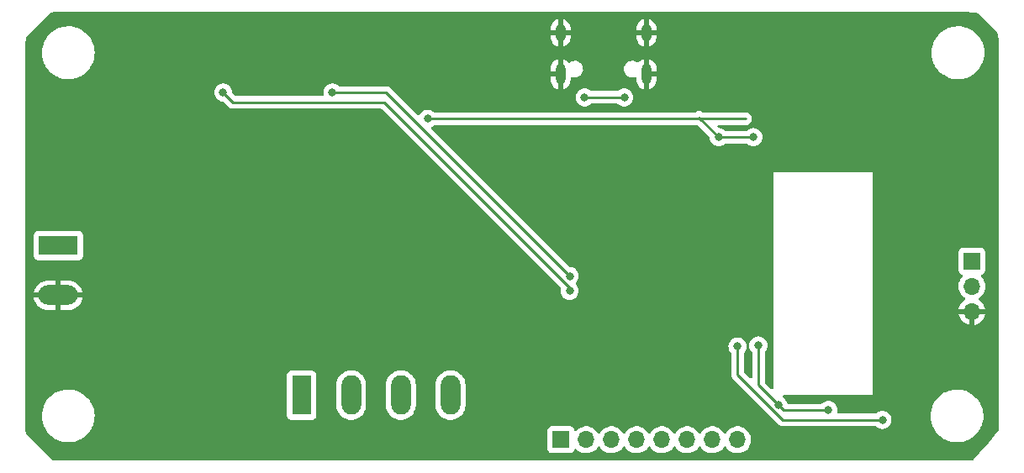
<source format=gbr>
%TF.GenerationSoftware,KiCad,Pcbnew,(6.0.7)*%
%TF.CreationDate,2022-09-04T12:35:54-05:00*%
%TF.ProjectId,Mechan-o-bell_PCB,4d656368-616e-42d6-9f2d-62656c6c5f50,rev?*%
%TF.SameCoordinates,Original*%
%TF.FileFunction,Copper,L2,Bot*%
%TF.FilePolarity,Positive*%
%FSLAX46Y46*%
G04 Gerber Fmt 4.6, Leading zero omitted, Abs format (unit mm)*
G04 Created by KiCad (PCBNEW (6.0.7)) date 2022-09-04 12:35:54*
%MOMM*%
%LPD*%
G01*
G04 APERTURE LIST*
%TA.AperFunction,ComponentPad*%
%ADD10O,1.700000X1.700000*%
%TD*%
%TA.AperFunction,ComponentPad*%
%ADD11R,1.700000X1.700000*%
%TD*%
%TA.AperFunction,ComponentPad*%
%ADD12O,3.960000X1.980000*%
%TD*%
%TA.AperFunction,ComponentPad*%
%ADD13R,3.960000X1.980000*%
%TD*%
%TA.AperFunction,ComponentPad*%
%ADD14O,1.980000X3.960000*%
%TD*%
%TA.AperFunction,ComponentPad*%
%ADD15R,1.980000X3.960000*%
%TD*%
%TA.AperFunction,ComponentPad*%
%ADD16O,1.000000X1.800000*%
%TD*%
%TA.AperFunction,ComponentPad*%
%ADD17O,1.000000X2.100000*%
%TD*%
%TA.AperFunction,ViaPad*%
%ADD18C,0.800000*%
%TD*%
%TA.AperFunction,Conductor*%
%ADD19C,0.250000*%
%TD*%
G04 APERTURE END LIST*
D10*
%TO.P,J4,3,Pin_3*%
%TO.N,VSS*%
X180000000Y-88080000D03*
%TO.P,J4,2,Pin_2*%
%TO.N,Net-(D1-Pad4)*%
X180000000Y-85540000D03*
D11*
%TO.P,J4,1,Pin_1*%
%TO.N,VCC*%
X180000000Y-83000000D03*
%TD*%
D12*
%TO.P,J1,2,Pin_2*%
%TO.N,VSS*%
X88000000Y-86435000D03*
D13*
%TO.P,J1,1,Pin_1*%
%TO.N,+24V*%
X88000000Y-81435000D03*
%TD*%
D10*
%TO.P,J3,8,Pin_8*%
%TO.N,8*%
X156405000Y-101000000D03*
%TO.P,J3,7,Pin_7*%
%TO.N,7*%
X153865000Y-101000000D03*
%TO.P,J3,6,Pin_6*%
%TO.N,6*%
X151325000Y-101000000D03*
%TO.P,J3,5,Pin_5*%
%TO.N,5*%
X148785000Y-101000000D03*
%TO.P,J3,4,Pin_4*%
%TO.N,4*%
X146245000Y-101000000D03*
%TO.P,J3,3,Pin_3*%
%TO.N,3*%
X143705000Y-101000000D03*
%TO.P,J3,2,Pin_2*%
%TO.N,2*%
X141165000Y-101000000D03*
D11*
%TO.P,J3,1,Pin_1*%
%TO.N,1*%
X138625000Y-101000000D03*
%TD*%
D14*
%TO.P,J2,4,Pin_4*%
%TO.N,+24V*%
X127500000Y-96500000D03*
%TO.P,J2,3,Pin_3*%
%TO.N,T2out*%
X122500000Y-96500000D03*
%TO.P,J2,2,Pin_2*%
%TO.N,+24V*%
X117500000Y-96500000D03*
D15*
%TO.P,J2,1,Pin_1*%
%TO.N,T1out*%
X112500000Y-96500000D03*
%TD*%
D16*
%TO.P,P1,S1,SHIELD*%
%TO.N,VSS*%
X147220000Y-60000000D03*
D17*
X138580000Y-64150000D03*
D16*
X138580000Y-60000000D03*
D17*
X147220000Y-64150000D03*
%TD*%
D18*
%TO.N,VSS*%
X152400000Y-88600000D03*
X121400000Y-83000000D03*
X111400000Y-83000000D03*
X122800000Y-87400000D03*
X115400000Y-88000000D03*
X107000000Y-88200000D03*
X135200000Y-65000000D03*
X148800000Y-70800000D03*
X147200000Y-78600000D03*
%TO.N,LED*%
X171000000Y-99000000D03*
X156400000Y-91600000D03*
%TO.N,VBUS*%
X145000000Y-66500000D03*
X141000000Y-66500000D03*
%TO.N,VCC*%
X165549086Y-98001534D03*
X125200000Y-68650000D03*
X160500000Y-97500000D03*
X154500000Y-70500000D03*
X158000000Y-70500000D03*
X158500000Y-91500000D03*
%TO.N,Switch1*%
X139500000Y-84500000D03*
X115600000Y-66000000D03*
%TO.N,Switch2*%
X104600000Y-66000000D03*
X139500000Y-86000000D03*
%TD*%
D19*
%TO.N,LED*%
X160974695Y-99000000D02*
X171000000Y-99000000D01*
X156400000Y-94425305D02*
X160974695Y-99000000D01*
X156400000Y-91600000D02*
X156400000Y-94425305D01*
%TO.N,VBUS*%
X141000000Y-66500000D02*
X145000000Y-66500000D01*
%TO.N,VCC*%
X158500000Y-95500000D02*
X160500000Y-97500000D01*
X125200000Y-68650000D02*
X157200000Y-68650000D01*
X158500000Y-91500000D02*
X158500000Y-95500000D01*
X152500000Y-68500000D02*
X154500000Y-70500000D01*
X154500000Y-70500000D02*
X158000000Y-70500000D01*
X160500000Y-97500000D02*
X161001534Y-98001534D01*
X161001534Y-98001534D02*
X165549086Y-98001534D01*
%TO.N,Switch1*%
X139500000Y-84500000D02*
X121000000Y-66000000D01*
X121000000Y-66000000D02*
X115600000Y-66000000D01*
%TO.N,Switch2*%
X116000000Y-67000000D02*
X105600000Y-67000000D01*
X139500000Y-86000000D02*
X139500000Y-85700000D01*
X139500000Y-85700000D02*
X121800000Y-68000000D01*
X105600000Y-67000000D02*
X104600000Y-66000000D01*
X121800000Y-68000000D02*
X120800000Y-67000000D01*
X120800000Y-67000000D02*
X116000000Y-67000000D01*
%TD*%
%TA.AperFunction,Conductor*%
%TO.N,VSS*%
G36*
X129731299Y-57910402D02*
G01*
X179746461Y-57912662D01*
X179765838Y-57914162D01*
X179780679Y-57916473D01*
X179780687Y-57916473D01*
X179789555Y-57917854D01*
X179798457Y-57916690D01*
X179798458Y-57916690D01*
X179800231Y-57916458D01*
X179807552Y-57915501D01*
X179830947Y-57914635D01*
X180112510Y-57930450D01*
X180126550Y-57932032D01*
X180432280Y-57983981D01*
X180446045Y-57987123D01*
X180612988Y-58035219D01*
X180667198Y-58067198D01*
X182532802Y-59932802D01*
X182564781Y-59987012D01*
X182612877Y-60153955D01*
X182616019Y-60167720D01*
X182667968Y-60473450D01*
X182669550Y-60487491D01*
X182684955Y-60761761D01*
X182683654Y-60788207D01*
X182683527Y-60789020D01*
X182683527Y-60789024D01*
X182682146Y-60797893D01*
X182684607Y-60816709D01*
X182686278Y-60829484D01*
X182687342Y-60845810D01*
X182688454Y-71368794D01*
X182691487Y-100076658D01*
X182671492Y-100144781D01*
X182660312Y-100159643D01*
X181677428Y-101282939D01*
X180736636Y-102358131D01*
X180145057Y-103034221D01*
X180085146Y-103072315D01*
X180057299Y-103077051D01*
X179970190Y-103081942D01*
X179842407Y-103089118D01*
X179815964Y-103087817D01*
X179815151Y-103087690D01*
X179815145Y-103087690D01*
X179806276Y-103086309D01*
X179797374Y-103087473D01*
X179797372Y-103087473D01*
X179782323Y-103089441D01*
X179774714Y-103090436D01*
X179758379Y-103091500D01*
X87649367Y-103091500D01*
X87629982Y-103090000D01*
X87615149Y-103087690D01*
X87615145Y-103087690D01*
X87606276Y-103086309D01*
X87588280Y-103088662D01*
X87564884Y-103089528D01*
X87533064Y-103087741D01*
X87466172Y-103063950D01*
X87451034Y-103051034D01*
X86298134Y-101898134D01*
X137266500Y-101898134D01*
X137273255Y-101960316D01*
X137324385Y-102096705D01*
X137411739Y-102213261D01*
X137528295Y-102300615D01*
X137664684Y-102351745D01*
X137726866Y-102358500D01*
X139523134Y-102358500D01*
X139585316Y-102351745D01*
X139721705Y-102300615D01*
X139838261Y-102213261D01*
X139925615Y-102096705D01*
X139960811Y-102002821D01*
X139969598Y-101979382D01*
X140012240Y-101922618D01*
X140078802Y-101897918D01*
X140148150Y-101913126D01*
X140182817Y-101941114D01*
X140211250Y-101973938D01*
X140383126Y-102116632D01*
X140576000Y-102229338D01*
X140784692Y-102309030D01*
X140789760Y-102310061D01*
X140789763Y-102310062D01*
X140897017Y-102331883D01*
X141003597Y-102353567D01*
X141008772Y-102353757D01*
X141008774Y-102353757D01*
X141221673Y-102361564D01*
X141221677Y-102361564D01*
X141226837Y-102361753D01*
X141231957Y-102361097D01*
X141231959Y-102361097D01*
X141443288Y-102334025D01*
X141443289Y-102334025D01*
X141448416Y-102333368D01*
X141453366Y-102331883D01*
X141657429Y-102270661D01*
X141657434Y-102270659D01*
X141662384Y-102269174D01*
X141862994Y-102170896D01*
X142044860Y-102041173D01*
X142203096Y-101883489D01*
X142333453Y-101702077D01*
X142334776Y-101703028D01*
X142381645Y-101659857D01*
X142451580Y-101647625D01*
X142517026Y-101675144D01*
X142544875Y-101706994D01*
X142604987Y-101805088D01*
X142751250Y-101973938D01*
X142923126Y-102116632D01*
X143116000Y-102229338D01*
X143324692Y-102309030D01*
X143329760Y-102310061D01*
X143329763Y-102310062D01*
X143437017Y-102331883D01*
X143543597Y-102353567D01*
X143548772Y-102353757D01*
X143548774Y-102353757D01*
X143761673Y-102361564D01*
X143761677Y-102361564D01*
X143766837Y-102361753D01*
X143771957Y-102361097D01*
X143771959Y-102361097D01*
X143983288Y-102334025D01*
X143983289Y-102334025D01*
X143988416Y-102333368D01*
X143993366Y-102331883D01*
X144197429Y-102270661D01*
X144197434Y-102270659D01*
X144202384Y-102269174D01*
X144402994Y-102170896D01*
X144584860Y-102041173D01*
X144743096Y-101883489D01*
X144873453Y-101702077D01*
X144874776Y-101703028D01*
X144921645Y-101659857D01*
X144991580Y-101647625D01*
X145057026Y-101675144D01*
X145084875Y-101706994D01*
X145144987Y-101805088D01*
X145291250Y-101973938D01*
X145463126Y-102116632D01*
X145656000Y-102229338D01*
X145864692Y-102309030D01*
X145869760Y-102310061D01*
X145869763Y-102310062D01*
X145977017Y-102331883D01*
X146083597Y-102353567D01*
X146088772Y-102353757D01*
X146088774Y-102353757D01*
X146301673Y-102361564D01*
X146301677Y-102361564D01*
X146306837Y-102361753D01*
X146311957Y-102361097D01*
X146311959Y-102361097D01*
X146523288Y-102334025D01*
X146523289Y-102334025D01*
X146528416Y-102333368D01*
X146533366Y-102331883D01*
X146737429Y-102270661D01*
X146737434Y-102270659D01*
X146742384Y-102269174D01*
X146942994Y-102170896D01*
X147124860Y-102041173D01*
X147283096Y-101883489D01*
X147413453Y-101702077D01*
X147414776Y-101703028D01*
X147461645Y-101659857D01*
X147531580Y-101647625D01*
X147597026Y-101675144D01*
X147624875Y-101706994D01*
X147684987Y-101805088D01*
X147831250Y-101973938D01*
X148003126Y-102116632D01*
X148196000Y-102229338D01*
X148404692Y-102309030D01*
X148409760Y-102310061D01*
X148409763Y-102310062D01*
X148517017Y-102331883D01*
X148623597Y-102353567D01*
X148628772Y-102353757D01*
X148628774Y-102353757D01*
X148841673Y-102361564D01*
X148841677Y-102361564D01*
X148846837Y-102361753D01*
X148851957Y-102361097D01*
X148851959Y-102361097D01*
X149063288Y-102334025D01*
X149063289Y-102334025D01*
X149068416Y-102333368D01*
X149073366Y-102331883D01*
X149277429Y-102270661D01*
X149277434Y-102270659D01*
X149282384Y-102269174D01*
X149482994Y-102170896D01*
X149664860Y-102041173D01*
X149823096Y-101883489D01*
X149953453Y-101702077D01*
X149954776Y-101703028D01*
X150001645Y-101659857D01*
X150071580Y-101647625D01*
X150137026Y-101675144D01*
X150164875Y-101706994D01*
X150224987Y-101805088D01*
X150371250Y-101973938D01*
X150543126Y-102116632D01*
X150736000Y-102229338D01*
X150944692Y-102309030D01*
X150949760Y-102310061D01*
X150949763Y-102310062D01*
X151057017Y-102331883D01*
X151163597Y-102353567D01*
X151168772Y-102353757D01*
X151168774Y-102353757D01*
X151381673Y-102361564D01*
X151381677Y-102361564D01*
X151386837Y-102361753D01*
X151391957Y-102361097D01*
X151391959Y-102361097D01*
X151603288Y-102334025D01*
X151603289Y-102334025D01*
X151608416Y-102333368D01*
X151613366Y-102331883D01*
X151817429Y-102270661D01*
X151817434Y-102270659D01*
X151822384Y-102269174D01*
X152022994Y-102170896D01*
X152204860Y-102041173D01*
X152363096Y-101883489D01*
X152493453Y-101702077D01*
X152494776Y-101703028D01*
X152541645Y-101659857D01*
X152611580Y-101647625D01*
X152677026Y-101675144D01*
X152704875Y-101706994D01*
X152764987Y-101805088D01*
X152911250Y-101973938D01*
X153083126Y-102116632D01*
X153276000Y-102229338D01*
X153484692Y-102309030D01*
X153489760Y-102310061D01*
X153489763Y-102310062D01*
X153597017Y-102331883D01*
X153703597Y-102353567D01*
X153708772Y-102353757D01*
X153708774Y-102353757D01*
X153921673Y-102361564D01*
X153921677Y-102361564D01*
X153926837Y-102361753D01*
X153931957Y-102361097D01*
X153931959Y-102361097D01*
X154143288Y-102334025D01*
X154143289Y-102334025D01*
X154148416Y-102333368D01*
X154153366Y-102331883D01*
X154357429Y-102270661D01*
X154357434Y-102270659D01*
X154362384Y-102269174D01*
X154562994Y-102170896D01*
X154744860Y-102041173D01*
X154903096Y-101883489D01*
X155033453Y-101702077D01*
X155034776Y-101703028D01*
X155081645Y-101659857D01*
X155151580Y-101647625D01*
X155217026Y-101675144D01*
X155244875Y-101706994D01*
X155304987Y-101805088D01*
X155451250Y-101973938D01*
X155623126Y-102116632D01*
X155816000Y-102229338D01*
X156024692Y-102309030D01*
X156029760Y-102310061D01*
X156029763Y-102310062D01*
X156137017Y-102331883D01*
X156243597Y-102353567D01*
X156248772Y-102353757D01*
X156248774Y-102353757D01*
X156461673Y-102361564D01*
X156461677Y-102361564D01*
X156466837Y-102361753D01*
X156471957Y-102361097D01*
X156471959Y-102361097D01*
X156683288Y-102334025D01*
X156683289Y-102334025D01*
X156688416Y-102333368D01*
X156693366Y-102331883D01*
X156897429Y-102270661D01*
X156897434Y-102270659D01*
X156902384Y-102269174D01*
X157102994Y-102170896D01*
X157284860Y-102041173D01*
X157443096Y-101883489D01*
X157573453Y-101702077D01*
X157594320Y-101659857D01*
X157670136Y-101506453D01*
X157670137Y-101506451D01*
X157672430Y-101501811D01*
X157737370Y-101288069D01*
X157766529Y-101066590D01*
X157768156Y-101000000D01*
X157749852Y-100777361D01*
X157695431Y-100560702D01*
X157606354Y-100355840D01*
X157518421Y-100219916D01*
X157487822Y-100172617D01*
X157487820Y-100172614D01*
X157485014Y-100168277D01*
X157334670Y-100003051D01*
X157330619Y-99999852D01*
X157330615Y-99999848D01*
X157163414Y-99867800D01*
X157163410Y-99867798D01*
X157159359Y-99864598D01*
X156963789Y-99756638D01*
X156958920Y-99754914D01*
X156958916Y-99754912D01*
X156758087Y-99683795D01*
X156758083Y-99683794D01*
X156753212Y-99682069D01*
X156748119Y-99681162D01*
X156748116Y-99681161D01*
X156538373Y-99643800D01*
X156538367Y-99643799D01*
X156533284Y-99642894D01*
X156459452Y-99641992D01*
X156315081Y-99640228D01*
X156315079Y-99640228D01*
X156309911Y-99640165D01*
X156089091Y-99673955D01*
X155876756Y-99743357D01*
X155678607Y-99846507D01*
X155674474Y-99849610D01*
X155674471Y-99849612D01*
X155504100Y-99977530D01*
X155499965Y-99980635D01*
X155496393Y-99984373D01*
X155388729Y-100097037D01*
X155345629Y-100142138D01*
X155238201Y-100299621D01*
X155183293Y-100344621D01*
X155112768Y-100352792D01*
X155049021Y-100321538D01*
X155028324Y-100297054D01*
X154947822Y-100172617D01*
X154947820Y-100172614D01*
X154945014Y-100168277D01*
X154794670Y-100003051D01*
X154790619Y-99999852D01*
X154790615Y-99999848D01*
X154623414Y-99867800D01*
X154623410Y-99867798D01*
X154619359Y-99864598D01*
X154423789Y-99756638D01*
X154418920Y-99754914D01*
X154418916Y-99754912D01*
X154218087Y-99683795D01*
X154218083Y-99683794D01*
X154213212Y-99682069D01*
X154208119Y-99681162D01*
X154208116Y-99681161D01*
X153998373Y-99643800D01*
X153998367Y-99643799D01*
X153993284Y-99642894D01*
X153919452Y-99641992D01*
X153775081Y-99640228D01*
X153775079Y-99640228D01*
X153769911Y-99640165D01*
X153549091Y-99673955D01*
X153336756Y-99743357D01*
X153138607Y-99846507D01*
X153134474Y-99849610D01*
X153134471Y-99849612D01*
X152964100Y-99977530D01*
X152959965Y-99980635D01*
X152956393Y-99984373D01*
X152848729Y-100097037D01*
X152805629Y-100142138D01*
X152698201Y-100299621D01*
X152643293Y-100344621D01*
X152572768Y-100352792D01*
X152509021Y-100321538D01*
X152488324Y-100297054D01*
X152407822Y-100172617D01*
X152407820Y-100172614D01*
X152405014Y-100168277D01*
X152254670Y-100003051D01*
X152250619Y-99999852D01*
X152250615Y-99999848D01*
X152083414Y-99867800D01*
X152083410Y-99867798D01*
X152079359Y-99864598D01*
X151883789Y-99756638D01*
X151878920Y-99754914D01*
X151878916Y-99754912D01*
X151678087Y-99683795D01*
X151678083Y-99683794D01*
X151673212Y-99682069D01*
X151668119Y-99681162D01*
X151668116Y-99681161D01*
X151458373Y-99643800D01*
X151458367Y-99643799D01*
X151453284Y-99642894D01*
X151379452Y-99641992D01*
X151235081Y-99640228D01*
X151235079Y-99640228D01*
X151229911Y-99640165D01*
X151009091Y-99673955D01*
X150796756Y-99743357D01*
X150598607Y-99846507D01*
X150594474Y-99849610D01*
X150594471Y-99849612D01*
X150424100Y-99977530D01*
X150419965Y-99980635D01*
X150416393Y-99984373D01*
X150308729Y-100097037D01*
X150265629Y-100142138D01*
X150158201Y-100299621D01*
X150103293Y-100344621D01*
X150032768Y-100352792D01*
X149969021Y-100321538D01*
X149948324Y-100297054D01*
X149867822Y-100172617D01*
X149867820Y-100172614D01*
X149865014Y-100168277D01*
X149714670Y-100003051D01*
X149710619Y-99999852D01*
X149710615Y-99999848D01*
X149543414Y-99867800D01*
X149543410Y-99867798D01*
X149539359Y-99864598D01*
X149343789Y-99756638D01*
X149338920Y-99754914D01*
X149338916Y-99754912D01*
X149138087Y-99683795D01*
X149138083Y-99683794D01*
X149133212Y-99682069D01*
X149128119Y-99681162D01*
X149128116Y-99681161D01*
X148918373Y-99643800D01*
X148918367Y-99643799D01*
X148913284Y-99642894D01*
X148839452Y-99641992D01*
X148695081Y-99640228D01*
X148695079Y-99640228D01*
X148689911Y-99640165D01*
X148469091Y-99673955D01*
X148256756Y-99743357D01*
X148058607Y-99846507D01*
X148054474Y-99849610D01*
X148054471Y-99849612D01*
X147884100Y-99977530D01*
X147879965Y-99980635D01*
X147876393Y-99984373D01*
X147768729Y-100097037D01*
X147725629Y-100142138D01*
X147618201Y-100299621D01*
X147563293Y-100344621D01*
X147492768Y-100352792D01*
X147429021Y-100321538D01*
X147408324Y-100297054D01*
X147327822Y-100172617D01*
X147327820Y-100172614D01*
X147325014Y-100168277D01*
X147174670Y-100003051D01*
X147170619Y-99999852D01*
X147170615Y-99999848D01*
X147003414Y-99867800D01*
X147003410Y-99867798D01*
X146999359Y-99864598D01*
X146803789Y-99756638D01*
X146798920Y-99754914D01*
X146798916Y-99754912D01*
X146598087Y-99683795D01*
X146598083Y-99683794D01*
X146593212Y-99682069D01*
X146588119Y-99681162D01*
X146588116Y-99681161D01*
X146378373Y-99643800D01*
X146378367Y-99643799D01*
X146373284Y-99642894D01*
X146299452Y-99641992D01*
X146155081Y-99640228D01*
X146155079Y-99640228D01*
X146149911Y-99640165D01*
X145929091Y-99673955D01*
X145716756Y-99743357D01*
X145518607Y-99846507D01*
X145514474Y-99849610D01*
X145514471Y-99849612D01*
X145344100Y-99977530D01*
X145339965Y-99980635D01*
X145336393Y-99984373D01*
X145228729Y-100097037D01*
X145185629Y-100142138D01*
X145078201Y-100299621D01*
X145023293Y-100344621D01*
X144952768Y-100352792D01*
X144889021Y-100321538D01*
X144868324Y-100297054D01*
X144787822Y-100172617D01*
X144787820Y-100172614D01*
X144785014Y-100168277D01*
X144634670Y-100003051D01*
X144630619Y-99999852D01*
X144630615Y-99999848D01*
X144463414Y-99867800D01*
X144463410Y-99867798D01*
X144459359Y-99864598D01*
X144263789Y-99756638D01*
X144258920Y-99754914D01*
X144258916Y-99754912D01*
X144058087Y-99683795D01*
X144058083Y-99683794D01*
X144053212Y-99682069D01*
X144048119Y-99681162D01*
X144048116Y-99681161D01*
X143838373Y-99643800D01*
X143838367Y-99643799D01*
X143833284Y-99642894D01*
X143759452Y-99641992D01*
X143615081Y-99640228D01*
X143615079Y-99640228D01*
X143609911Y-99640165D01*
X143389091Y-99673955D01*
X143176756Y-99743357D01*
X142978607Y-99846507D01*
X142974474Y-99849610D01*
X142974471Y-99849612D01*
X142804100Y-99977530D01*
X142799965Y-99980635D01*
X142796393Y-99984373D01*
X142688729Y-100097037D01*
X142645629Y-100142138D01*
X142538201Y-100299621D01*
X142483293Y-100344621D01*
X142412768Y-100352792D01*
X142349021Y-100321538D01*
X142328324Y-100297054D01*
X142247822Y-100172617D01*
X142247820Y-100172614D01*
X142245014Y-100168277D01*
X142094670Y-100003051D01*
X142090619Y-99999852D01*
X142090615Y-99999848D01*
X141923414Y-99867800D01*
X141923410Y-99867798D01*
X141919359Y-99864598D01*
X141723789Y-99756638D01*
X141718920Y-99754914D01*
X141718916Y-99754912D01*
X141518087Y-99683795D01*
X141518083Y-99683794D01*
X141513212Y-99682069D01*
X141508119Y-99681162D01*
X141508116Y-99681161D01*
X141298373Y-99643800D01*
X141298367Y-99643799D01*
X141293284Y-99642894D01*
X141219452Y-99641992D01*
X141075081Y-99640228D01*
X141075079Y-99640228D01*
X141069911Y-99640165D01*
X140849091Y-99673955D01*
X140636756Y-99743357D01*
X140438607Y-99846507D01*
X140434474Y-99849610D01*
X140434471Y-99849612D01*
X140264100Y-99977530D01*
X140259965Y-99980635D01*
X140203537Y-100039684D01*
X140179283Y-100065064D01*
X140117759Y-100100494D01*
X140046846Y-100097037D01*
X139989060Y-100055791D01*
X139970207Y-100022243D01*
X139928767Y-99911703D01*
X139925615Y-99903295D01*
X139838261Y-99786739D01*
X139721705Y-99699385D01*
X139585316Y-99648255D01*
X139523134Y-99641500D01*
X137726866Y-99641500D01*
X137664684Y-99648255D01*
X137528295Y-99699385D01*
X137411739Y-99786739D01*
X137324385Y-99903295D01*
X137273255Y-100039684D01*
X137266500Y-100101866D01*
X137266500Y-101898134D01*
X86298134Y-101898134D01*
X84748966Y-100348966D01*
X84714940Y-100286654D01*
X84712259Y-100266935D01*
X84711089Y-100246100D01*
X84712412Y-100222208D01*
X84712334Y-100222201D01*
X84712539Y-100219916D01*
X84712638Y-100218127D01*
X84712769Y-100217346D01*
X84713576Y-100212552D01*
X84713729Y-100200000D01*
X84709773Y-100172376D01*
X84708500Y-100154514D01*
X84708500Y-98646485D01*
X86336854Y-98646485D01*
X86344600Y-98744910D01*
X86360114Y-98942024D01*
X86362370Y-98970695D01*
X86427206Y-99289378D01*
X86530398Y-99597784D01*
X86670405Y-99891316D01*
X86845141Y-100165597D01*
X86847584Y-100168560D01*
X86847585Y-100168562D01*
X86999453Y-100352792D01*
X87052001Y-100416538D01*
X87287902Y-100640399D01*
X87549326Y-100833843D01*
X87566252Y-100843419D01*
X87829019Y-100992086D01*
X87829023Y-100992088D01*
X87832376Y-100993985D01*
X88132832Y-101118438D01*
X88236288Y-101147129D01*
X88442500Y-101204317D01*
X88442508Y-101204319D01*
X88446216Y-101205347D01*
X88767856Y-101253416D01*
X88771154Y-101253560D01*
X88882918Y-101258440D01*
X88882922Y-101258440D01*
X88884294Y-101258500D01*
X89082598Y-101258500D01*
X89324605Y-101243698D01*
X89328388Y-101242997D01*
X89328395Y-101242996D01*
X89528459Y-101205916D01*
X89644372Y-101184433D01*
X89853682Y-101118438D01*
X89950860Y-101087798D01*
X89950863Y-101087797D01*
X89954532Y-101086640D01*
X89958029Y-101085046D01*
X89958035Y-101085044D01*
X90246954Y-100953376D01*
X90246958Y-100953374D01*
X90250462Y-100951777D01*
X90527751Y-100781854D01*
X90530755Y-100779464D01*
X90530760Y-100779461D01*
X90655008Y-100680629D01*
X90782264Y-100579405D01*
X90784958Y-100576664D01*
X90784962Y-100576660D01*
X91007513Y-100350190D01*
X91007517Y-100350185D01*
X91010208Y-100347447D01*
X91153745Y-100160386D01*
X91205835Y-100092502D01*
X91205837Y-100092498D01*
X91208185Y-100089439D01*
X91337346Y-99870166D01*
X91371289Y-99812543D01*
X91371291Y-99812540D01*
X91373242Y-99809227D01*
X91502920Y-99510988D01*
X91511433Y-99482251D01*
X91594191Y-99202861D01*
X91595285Y-99199169D01*
X91648961Y-98878417D01*
X91663146Y-98553515D01*
X91661149Y-98528134D01*
X111001500Y-98528134D01*
X111008255Y-98590316D01*
X111059385Y-98726705D01*
X111146739Y-98843261D01*
X111263295Y-98930615D01*
X111399684Y-98981745D01*
X111461866Y-98988500D01*
X113538134Y-98988500D01*
X113600316Y-98981745D01*
X113736705Y-98930615D01*
X113853261Y-98843261D01*
X113940615Y-98726705D01*
X113991745Y-98590316D01*
X113998500Y-98528134D01*
X113998500Y-97552469D01*
X116001500Y-97552469D01*
X116001712Y-97555042D01*
X116001712Y-97555053D01*
X116016131Y-97730432D01*
X116016132Y-97730438D01*
X116016555Y-97735583D01*
X116076584Y-97974570D01*
X116078642Y-97979303D01*
X116078643Y-97979306D01*
X116145859Y-98133891D01*
X116174840Y-98200544D01*
X116177644Y-98204878D01*
X116177646Y-98204882D01*
X116305874Y-98403092D01*
X116305879Y-98403098D01*
X116308685Y-98407436D01*
X116474523Y-98589690D01*
X116478574Y-98592889D01*
X116478578Y-98592893D01*
X116541567Y-98642638D01*
X116667901Y-98742410D01*
X116750682Y-98788108D01*
X116850591Y-98843261D01*
X116883625Y-98861497D01*
X117115903Y-98943750D01*
X117120995Y-98944657D01*
X117353407Y-98986057D01*
X117353411Y-98986057D01*
X117358495Y-98986963D01*
X117437914Y-98987933D01*
X117599718Y-98989910D01*
X117599720Y-98989910D01*
X117604888Y-98989973D01*
X117848464Y-98952701D01*
X118082682Y-98876147D01*
X118087270Y-98873759D01*
X118087274Y-98873757D01*
X118296663Y-98764756D01*
X118296664Y-98764755D01*
X118301252Y-98762367D01*
X118305385Y-98759264D01*
X118305388Y-98759262D01*
X118494168Y-98617521D01*
X118494170Y-98617519D01*
X118498303Y-98614416D01*
X118668545Y-98436269D01*
X118744152Y-98325433D01*
X118804485Y-98236989D01*
X118804488Y-98236984D01*
X118807404Y-98232709D01*
X118809580Y-98228020D01*
X118809584Y-98228014D01*
X118908975Y-98013894D01*
X118908977Y-98013889D01*
X118911152Y-98009203D01*
X118915100Y-97994969D01*
X118975623Y-97776726D01*
X118975623Y-97776725D01*
X118977002Y-97771753D01*
X118995121Y-97602216D01*
X118998144Y-97573929D01*
X118998144Y-97573921D01*
X118998500Y-97570594D01*
X118998500Y-97552469D01*
X121001500Y-97552469D01*
X121001712Y-97555042D01*
X121001712Y-97555053D01*
X121016131Y-97730432D01*
X121016132Y-97730438D01*
X121016555Y-97735583D01*
X121076584Y-97974570D01*
X121078642Y-97979303D01*
X121078643Y-97979306D01*
X121145859Y-98133891D01*
X121174840Y-98200544D01*
X121177644Y-98204878D01*
X121177646Y-98204882D01*
X121305874Y-98403092D01*
X121305879Y-98403098D01*
X121308685Y-98407436D01*
X121474523Y-98589690D01*
X121478574Y-98592889D01*
X121478578Y-98592893D01*
X121541567Y-98642638D01*
X121667901Y-98742410D01*
X121750682Y-98788108D01*
X121850591Y-98843261D01*
X121883625Y-98861497D01*
X122115903Y-98943750D01*
X122120995Y-98944657D01*
X122353407Y-98986057D01*
X122353411Y-98986057D01*
X122358495Y-98986963D01*
X122437914Y-98987933D01*
X122599718Y-98989910D01*
X122599720Y-98989910D01*
X122604888Y-98989973D01*
X122848464Y-98952701D01*
X123082682Y-98876147D01*
X123087270Y-98873759D01*
X123087274Y-98873757D01*
X123296663Y-98764756D01*
X123296664Y-98764755D01*
X123301252Y-98762367D01*
X123305385Y-98759264D01*
X123305388Y-98759262D01*
X123494168Y-98617521D01*
X123494170Y-98617519D01*
X123498303Y-98614416D01*
X123668545Y-98436269D01*
X123744152Y-98325433D01*
X123804485Y-98236989D01*
X123804488Y-98236984D01*
X123807404Y-98232709D01*
X123809580Y-98228020D01*
X123809584Y-98228014D01*
X123908975Y-98013894D01*
X123908977Y-98013889D01*
X123911152Y-98009203D01*
X123915100Y-97994969D01*
X123975623Y-97776726D01*
X123975623Y-97776725D01*
X123977002Y-97771753D01*
X123995121Y-97602216D01*
X123998144Y-97573929D01*
X123998144Y-97573921D01*
X123998500Y-97570594D01*
X123998500Y-97552469D01*
X126001500Y-97552469D01*
X126001712Y-97555042D01*
X126001712Y-97555053D01*
X126016131Y-97730432D01*
X126016132Y-97730438D01*
X126016555Y-97735583D01*
X126076584Y-97974570D01*
X126078642Y-97979303D01*
X126078643Y-97979306D01*
X126145859Y-98133891D01*
X126174840Y-98200544D01*
X126177644Y-98204878D01*
X126177646Y-98204882D01*
X126305874Y-98403092D01*
X126305879Y-98403098D01*
X126308685Y-98407436D01*
X126474523Y-98589690D01*
X126478574Y-98592889D01*
X126478578Y-98592893D01*
X126541567Y-98642638D01*
X126667901Y-98742410D01*
X126750682Y-98788108D01*
X126850591Y-98843261D01*
X126883625Y-98861497D01*
X127115903Y-98943750D01*
X127120995Y-98944657D01*
X127353407Y-98986057D01*
X127353411Y-98986057D01*
X127358495Y-98986963D01*
X127437914Y-98987933D01*
X127599718Y-98989910D01*
X127599720Y-98989910D01*
X127604888Y-98989973D01*
X127848464Y-98952701D01*
X128082682Y-98876147D01*
X128087270Y-98873759D01*
X128087274Y-98873757D01*
X128296663Y-98764756D01*
X128296664Y-98764755D01*
X128301252Y-98762367D01*
X128305385Y-98759264D01*
X128305388Y-98759262D01*
X128494168Y-98617521D01*
X128494170Y-98617519D01*
X128498303Y-98614416D01*
X128668545Y-98436269D01*
X128744152Y-98325433D01*
X128804485Y-98236989D01*
X128804488Y-98236984D01*
X128807404Y-98232709D01*
X128809580Y-98228020D01*
X128809584Y-98228014D01*
X128908975Y-98013894D01*
X128908977Y-98013889D01*
X128911152Y-98009203D01*
X128915100Y-97994969D01*
X128975623Y-97776726D01*
X128975623Y-97776725D01*
X128977002Y-97771753D01*
X128995121Y-97602216D01*
X128998144Y-97573929D01*
X128998144Y-97573921D01*
X128998500Y-97570594D01*
X128998500Y-95447531D01*
X128984274Y-95274499D01*
X128983869Y-95269568D01*
X128983868Y-95269562D01*
X128983445Y-95264417D01*
X128923416Y-95025430D01*
X128910576Y-94995900D01*
X128827220Y-94804193D01*
X128827218Y-94804190D01*
X128825160Y-94799456D01*
X128822354Y-94795118D01*
X128694126Y-94596908D01*
X128694121Y-94596902D01*
X128691315Y-94592564D01*
X128665329Y-94564005D01*
X128589803Y-94481004D01*
X128525477Y-94410310D01*
X128521426Y-94407111D01*
X128521422Y-94407107D01*
X128384357Y-94298861D01*
X128332099Y-94257590D01*
X128249318Y-94211892D01*
X128120906Y-94141004D01*
X128120903Y-94141003D01*
X128116375Y-94138503D01*
X127884097Y-94056250D01*
X127829457Y-94046517D01*
X127646593Y-94013943D01*
X127646589Y-94013943D01*
X127641505Y-94013037D01*
X127562086Y-94012067D01*
X127400282Y-94010090D01*
X127400280Y-94010090D01*
X127395112Y-94010027D01*
X127151536Y-94047299D01*
X126917318Y-94123853D01*
X126912730Y-94126241D01*
X126912726Y-94126243D01*
X126771415Y-94199805D01*
X126698748Y-94237633D01*
X126694615Y-94240736D01*
X126694612Y-94240738D01*
X126553701Y-94346538D01*
X126501697Y-94385584D01*
X126498125Y-94389322D01*
X126340596Y-94554166D01*
X126331455Y-94563731D01*
X126328541Y-94568003D01*
X126328540Y-94568004D01*
X126195515Y-94763011D01*
X126195512Y-94763016D01*
X126192596Y-94767291D01*
X126190420Y-94771980D01*
X126190416Y-94771986D01*
X126091025Y-94986106D01*
X126088848Y-94990797D01*
X126087468Y-94995775D01*
X126087466Y-94995779D01*
X126077854Y-95030441D01*
X126022998Y-95228247D01*
X126001500Y-95429406D01*
X126001500Y-97552469D01*
X123998500Y-97552469D01*
X123998500Y-95447531D01*
X123984274Y-95274499D01*
X123983869Y-95269568D01*
X123983868Y-95269562D01*
X123983445Y-95264417D01*
X123923416Y-95025430D01*
X123910576Y-94995900D01*
X123827220Y-94804193D01*
X123827218Y-94804190D01*
X123825160Y-94799456D01*
X123822354Y-94795118D01*
X123694126Y-94596908D01*
X123694121Y-94596902D01*
X123691315Y-94592564D01*
X123665329Y-94564005D01*
X123589803Y-94481004D01*
X123525477Y-94410310D01*
X123521426Y-94407111D01*
X123521422Y-94407107D01*
X123384357Y-94298861D01*
X123332099Y-94257590D01*
X123249318Y-94211892D01*
X123120906Y-94141004D01*
X123120903Y-94141003D01*
X123116375Y-94138503D01*
X122884097Y-94056250D01*
X122829457Y-94046517D01*
X122646593Y-94013943D01*
X122646589Y-94013943D01*
X122641505Y-94013037D01*
X122562086Y-94012067D01*
X122400282Y-94010090D01*
X122400280Y-94010090D01*
X122395112Y-94010027D01*
X122151536Y-94047299D01*
X121917318Y-94123853D01*
X121912730Y-94126241D01*
X121912726Y-94126243D01*
X121771415Y-94199805D01*
X121698748Y-94237633D01*
X121694615Y-94240736D01*
X121694612Y-94240738D01*
X121553701Y-94346538D01*
X121501697Y-94385584D01*
X121498125Y-94389322D01*
X121340596Y-94554166D01*
X121331455Y-94563731D01*
X121328541Y-94568003D01*
X121328540Y-94568004D01*
X121195515Y-94763011D01*
X121195512Y-94763016D01*
X121192596Y-94767291D01*
X121190420Y-94771980D01*
X121190416Y-94771986D01*
X121091025Y-94986106D01*
X121088848Y-94990797D01*
X121087468Y-94995775D01*
X121087466Y-94995779D01*
X121077854Y-95030441D01*
X121022998Y-95228247D01*
X121001500Y-95429406D01*
X121001500Y-97552469D01*
X118998500Y-97552469D01*
X118998500Y-95447531D01*
X118984274Y-95274499D01*
X118983869Y-95269568D01*
X118983868Y-95269562D01*
X118983445Y-95264417D01*
X118923416Y-95025430D01*
X118910576Y-94995900D01*
X118827220Y-94804193D01*
X118827218Y-94804190D01*
X118825160Y-94799456D01*
X118822354Y-94795118D01*
X118694126Y-94596908D01*
X118694121Y-94596902D01*
X118691315Y-94592564D01*
X118665329Y-94564005D01*
X118589803Y-94481004D01*
X118525477Y-94410310D01*
X118521426Y-94407111D01*
X118521422Y-94407107D01*
X118384357Y-94298861D01*
X118332099Y-94257590D01*
X118249318Y-94211892D01*
X118120906Y-94141004D01*
X118120903Y-94141003D01*
X118116375Y-94138503D01*
X117884097Y-94056250D01*
X117829457Y-94046517D01*
X117646593Y-94013943D01*
X117646589Y-94013943D01*
X117641505Y-94013037D01*
X117562086Y-94012067D01*
X117400282Y-94010090D01*
X117400280Y-94010090D01*
X117395112Y-94010027D01*
X117151536Y-94047299D01*
X116917318Y-94123853D01*
X116912730Y-94126241D01*
X116912726Y-94126243D01*
X116771415Y-94199805D01*
X116698748Y-94237633D01*
X116694615Y-94240736D01*
X116694612Y-94240738D01*
X116553701Y-94346538D01*
X116501697Y-94385584D01*
X116498125Y-94389322D01*
X116340596Y-94554166D01*
X116331455Y-94563731D01*
X116328541Y-94568003D01*
X116328540Y-94568004D01*
X116195515Y-94763011D01*
X116195512Y-94763016D01*
X116192596Y-94767291D01*
X116190420Y-94771980D01*
X116190416Y-94771986D01*
X116091025Y-94986106D01*
X116088848Y-94990797D01*
X116087468Y-94995775D01*
X116087466Y-94995779D01*
X116077854Y-95030441D01*
X116022998Y-95228247D01*
X116001500Y-95429406D01*
X116001500Y-97552469D01*
X113998500Y-97552469D01*
X113998500Y-94471866D01*
X113991745Y-94409684D01*
X113940615Y-94273295D01*
X113853261Y-94156739D01*
X113736705Y-94069385D01*
X113600316Y-94018255D01*
X113538134Y-94011500D01*
X111461866Y-94011500D01*
X111399684Y-94018255D01*
X111263295Y-94069385D01*
X111146739Y-94156739D01*
X111059385Y-94273295D01*
X111008255Y-94409684D01*
X111001500Y-94471866D01*
X111001500Y-98528134D01*
X91661149Y-98528134D01*
X91645244Y-98326045D01*
X91637932Y-98233140D01*
X91637932Y-98233137D01*
X91637630Y-98229305D01*
X91572794Y-97910622D01*
X91469602Y-97602216D01*
X91447107Y-97555053D01*
X91340713Y-97331994D01*
X91329595Y-97308684D01*
X91311940Y-97280970D01*
X91219217Y-97135425D01*
X91154859Y-97034403D01*
X91007470Y-96855606D01*
X90950442Y-96786425D01*
X90950438Y-96786420D01*
X90947999Y-96783462D01*
X90712098Y-96559601D01*
X90450674Y-96366157D01*
X90245781Y-96250234D01*
X90170981Y-96207914D01*
X90170977Y-96207912D01*
X90167624Y-96206015D01*
X89867168Y-96081562D01*
X89763712Y-96052871D01*
X89557500Y-95995683D01*
X89557492Y-95995681D01*
X89553784Y-95994653D01*
X89232144Y-95946584D01*
X89228846Y-95946440D01*
X89117082Y-95941560D01*
X89117078Y-95941560D01*
X89115706Y-95941500D01*
X88917402Y-95941500D01*
X88675395Y-95956302D01*
X88671612Y-95957003D01*
X88671605Y-95957004D01*
X88515511Y-95985935D01*
X88355628Y-96015567D01*
X88171058Y-96073762D01*
X88049140Y-96112202D01*
X88049137Y-96112203D01*
X88045468Y-96113360D01*
X88041971Y-96114954D01*
X88041965Y-96114956D01*
X87753046Y-96246624D01*
X87753042Y-96246626D01*
X87749538Y-96248223D01*
X87472249Y-96418146D01*
X87469245Y-96420536D01*
X87469240Y-96420539D01*
X87344993Y-96519370D01*
X87217736Y-96620595D01*
X87215042Y-96623336D01*
X87215038Y-96623340D01*
X86992487Y-96849810D01*
X86992483Y-96849815D01*
X86989792Y-96852553D01*
X86791815Y-97110561D01*
X86626758Y-97390773D01*
X86497080Y-97689012D01*
X86404715Y-98000831D01*
X86351039Y-98321583D01*
X86336854Y-98646485D01*
X84708500Y-98646485D01*
X84708500Y-91600000D01*
X155486496Y-91600000D01*
X155487186Y-91606565D01*
X155496608Y-91696206D01*
X155506458Y-91789928D01*
X155565473Y-91971556D01*
X155660960Y-92136944D01*
X155734137Y-92218215D01*
X155764853Y-92282221D01*
X155766500Y-92302524D01*
X155766500Y-94346538D01*
X155765973Y-94357721D01*
X155764298Y-94365214D01*
X155764547Y-94373140D01*
X155764547Y-94373141D01*
X155766438Y-94433291D01*
X155766500Y-94437250D01*
X155766500Y-94465161D01*
X155766997Y-94469095D01*
X155766997Y-94469096D01*
X155767005Y-94469161D01*
X155767938Y-94480998D01*
X155769327Y-94525194D01*
X155774978Y-94544644D01*
X155778987Y-94564005D01*
X155781526Y-94584102D01*
X155784445Y-94591473D01*
X155784445Y-94591475D01*
X155797804Y-94625217D01*
X155801649Y-94636447D01*
X155813982Y-94678898D01*
X155818015Y-94685717D01*
X155818017Y-94685722D01*
X155824293Y-94696333D01*
X155832988Y-94714081D01*
X155840448Y-94732922D01*
X155845110Y-94739338D01*
X155845110Y-94739339D01*
X155866436Y-94768692D01*
X155872952Y-94778612D01*
X155888081Y-94804193D01*
X155895458Y-94816667D01*
X155909779Y-94830988D01*
X155922619Y-94846021D01*
X155934528Y-94862412D01*
X155940634Y-94867463D01*
X155968605Y-94890603D01*
X155977384Y-94898593D01*
X160471038Y-99392247D01*
X160478582Y-99400537D01*
X160482695Y-99407018D01*
X160488472Y-99412443D01*
X160532362Y-99453658D01*
X160535204Y-99456413D01*
X160554926Y-99476135D01*
X160558068Y-99478572D01*
X160558128Y-99478619D01*
X160567140Y-99486317D01*
X160589474Y-99507289D01*
X160599374Y-99516586D01*
X160606317Y-99520403D01*
X160617126Y-99526345D01*
X160633648Y-99537198D01*
X160649654Y-99549614D01*
X160656932Y-99552764D01*
X160656933Y-99552764D01*
X160690232Y-99567174D01*
X160700882Y-99572391D01*
X160739635Y-99593695D01*
X160747310Y-99595666D01*
X160747311Y-99595666D01*
X160759257Y-99598733D01*
X160777962Y-99605137D01*
X160796550Y-99613181D01*
X160804373Y-99614420D01*
X160804383Y-99614423D01*
X160840219Y-99620099D01*
X160851839Y-99622505D01*
X160886984Y-99631528D01*
X160894665Y-99633500D01*
X160914919Y-99633500D01*
X160934629Y-99635051D01*
X160954638Y-99638220D01*
X160962530Y-99637474D01*
X160998656Y-99634059D01*
X161010514Y-99633500D01*
X170291800Y-99633500D01*
X170359921Y-99653502D01*
X170379147Y-99669843D01*
X170379420Y-99669540D01*
X170384332Y-99673963D01*
X170388747Y-99678866D01*
X170395531Y-99683795D01*
X170529815Y-99781358D01*
X170543248Y-99791118D01*
X170549276Y-99793802D01*
X170549278Y-99793803D01*
X170711681Y-99866109D01*
X170717712Y-99868794D01*
X170807354Y-99887848D01*
X170898056Y-99907128D01*
X170898061Y-99907128D01*
X170904513Y-99908500D01*
X171095487Y-99908500D01*
X171101939Y-99907128D01*
X171101944Y-99907128D01*
X171192646Y-99887848D01*
X171282288Y-99868794D01*
X171288319Y-99866109D01*
X171450722Y-99793803D01*
X171450724Y-99793802D01*
X171456752Y-99791118D01*
X171470186Y-99781358D01*
X171587349Y-99696233D01*
X171611253Y-99678866D01*
X171644565Y-99641869D01*
X171734621Y-99541852D01*
X171734622Y-99541851D01*
X171739040Y-99536944D01*
X171814053Y-99407018D01*
X171831223Y-99377279D01*
X171831224Y-99377278D01*
X171834527Y-99371556D01*
X171893542Y-99189928D01*
X171913504Y-99000000D01*
X171906543Y-98933767D01*
X171894232Y-98816635D01*
X171894232Y-98816633D01*
X171893542Y-98810072D01*
X171840389Y-98646485D01*
X175836854Y-98646485D01*
X175844600Y-98744910D01*
X175860114Y-98942024D01*
X175862370Y-98970695D01*
X175927206Y-99289378D01*
X176030398Y-99597784D01*
X176170405Y-99891316D01*
X176345141Y-100165597D01*
X176347584Y-100168560D01*
X176347585Y-100168562D01*
X176499453Y-100352792D01*
X176552001Y-100416538D01*
X176787902Y-100640399D01*
X177049326Y-100833843D01*
X177066252Y-100843419D01*
X177329019Y-100992086D01*
X177329023Y-100992088D01*
X177332376Y-100993985D01*
X177632832Y-101118438D01*
X177736288Y-101147129D01*
X177942500Y-101204317D01*
X177942508Y-101204319D01*
X177946216Y-101205347D01*
X178267856Y-101253416D01*
X178271154Y-101253560D01*
X178382918Y-101258440D01*
X178382922Y-101258440D01*
X178384294Y-101258500D01*
X178582598Y-101258500D01*
X178824605Y-101243698D01*
X178828388Y-101242997D01*
X178828395Y-101242996D01*
X179028459Y-101205916D01*
X179144372Y-101184433D01*
X179353682Y-101118438D01*
X179450860Y-101087798D01*
X179450863Y-101087797D01*
X179454532Y-101086640D01*
X179458029Y-101085046D01*
X179458035Y-101085044D01*
X179746954Y-100953376D01*
X179746958Y-100953374D01*
X179750462Y-100951777D01*
X180027751Y-100781854D01*
X180030755Y-100779464D01*
X180030760Y-100779461D01*
X180155008Y-100680629D01*
X180282264Y-100579405D01*
X180284958Y-100576664D01*
X180284962Y-100576660D01*
X180507513Y-100350190D01*
X180507517Y-100350185D01*
X180510208Y-100347447D01*
X180653745Y-100160386D01*
X180705835Y-100092502D01*
X180705837Y-100092498D01*
X180708185Y-100089439D01*
X180837346Y-99870166D01*
X180871289Y-99812543D01*
X180871291Y-99812540D01*
X180873242Y-99809227D01*
X181002920Y-99510988D01*
X181011433Y-99482251D01*
X181094191Y-99202861D01*
X181095285Y-99199169D01*
X181148961Y-98878417D01*
X181163146Y-98553515D01*
X181145244Y-98326045D01*
X181137932Y-98233140D01*
X181137932Y-98233137D01*
X181137630Y-98229305D01*
X181072794Y-97910622D01*
X180969602Y-97602216D01*
X180947107Y-97555053D01*
X180840713Y-97331994D01*
X180829595Y-97308684D01*
X180811940Y-97280970D01*
X180719217Y-97135425D01*
X180654859Y-97034403D01*
X180507470Y-96855606D01*
X180450442Y-96786425D01*
X180450438Y-96786420D01*
X180447999Y-96783462D01*
X180212098Y-96559601D01*
X179950674Y-96366157D01*
X179745781Y-96250234D01*
X179670981Y-96207914D01*
X179670977Y-96207912D01*
X179667624Y-96206015D01*
X179367168Y-96081562D01*
X179263712Y-96052871D01*
X179057500Y-95995683D01*
X179057492Y-95995681D01*
X179053784Y-95994653D01*
X178732144Y-95946584D01*
X178728846Y-95946440D01*
X178617082Y-95941560D01*
X178617078Y-95941560D01*
X178615706Y-95941500D01*
X178417402Y-95941500D01*
X178175395Y-95956302D01*
X178171612Y-95957003D01*
X178171605Y-95957004D01*
X178015511Y-95985935D01*
X177855628Y-96015567D01*
X177671058Y-96073762D01*
X177549140Y-96112202D01*
X177549137Y-96112203D01*
X177545468Y-96113360D01*
X177541971Y-96114954D01*
X177541965Y-96114956D01*
X177253046Y-96246624D01*
X177253042Y-96246626D01*
X177249538Y-96248223D01*
X176972249Y-96418146D01*
X176969245Y-96420536D01*
X176969240Y-96420539D01*
X176844992Y-96519371D01*
X176717736Y-96620595D01*
X176715042Y-96623336D01*
X176715038Y-96623340D01*
X176492487Y-96849810D01*
X176492483Y-96849815D01*
X176489792Y-96852553D01*
X176291815Y-97110561D01*
X176126758Y-97390773D01*
X175997080Y-97689012D01*
X175904715Y-98000831D01*
X175851039Y-98321583D01*
X175836854Y-98646485D01*
X171840389Y-98646485D01*
X171834527Y-98628444D01*
X171739040Y-98463056D01*
X171711074Y-98431996D01*
X171615675Y-98326045D01*
X171615674Y-98326044D01*
X171611253Y-98321134D01*
X171456752Y-98208882D01*
X171450724Y-98206198D01*
X171450722Y-98206197D01*
X171288319Y-98133891D01*
X171288318Y-98133891D01*
X171282288Y-98131206D01*
X171188887Y-98111353D01*
X171101944Y-98092872D01*
X171101939Y-98092872D01*
X171095487Y-98091500D01*
X170904513Y-98091500D01*
X170898061Y-98092872D01*
X170898056Y-98092872D01*
X170811113Y-98111353D01*
X170717712Y-98131206D01*
X170711682Y-98133891D01*
X170711681Y-98133891D01*
X170549278Y-98206197D01*
X170549276Y-98206198D01*
X170543248Y-98208882D01*
X170388747Y-98321134D01*
X170384332Y-98326037D01*
X170379420Y-98330460D01*
X170378295Y-98329211D01*
X170324986Y-98362051D01*
X170291800Y-98366500D01*
X166559179Y-98366500D01*
X166491058Y-98346498D01*
X166444565Y-98292842D01*
X166434461Y-98222568D01*
X166439346Y-98201564D01*
X166440586Y-98197748D01*
X166440587Y-98197744D01*
X166442628Y-98191462D01*
X166449106Y-98129834D01*
X166461900Y-98008099D01*
X166462590Y-98001534D01*
X166442628Y-97811606D01*
X166383613Y-97629978D01*
X166369689Y-97605860D01*
X166291427Y-97470308D01*
X166288126Y-97464590D01*
X166160339Y-97322668D01*
X166005838Y-97210416D01*
X165999810Y-97207732D01*
X165999808Y-97207731D01*
X165837405Y-97135425D01*
X165837404Y-97135425D01*
X165831374Y-97132740D01*
X165727031Y-97110561D01*
X165651030Y-97094406D01*
X165651025Y-97094406D01*
X165644573Y-97093034D01*
X165453599Y-97093034D01*
X165447147Y-97094406D01*
X165447142Y-97094406D01*
X165371141Y-97110561D01*
X165266798Y-97132740D01*
X165260768Y-97135425D01*
X165260767Y-97135425D01*
X165098364Y-97207731D01*
X165098362Y-97207732D01*
X165092334Y-97210416D01*
X164937833Y-97322668D01*
X164933418Y-97327571D01*
X164928506Y-97331994D01*
X164927381Y-97330745D01*
X164874072Y-97363585D01*
X164840886Y-97368034D01*
X161503919Y-97368034D01*
X161435798Y-97348032D01*
X161389305Y-97294376D01*
X161384086Y-97280970D01*
X161334527Y-97128444D01*
X161239040Y-96963056D01*
X161111253Y-96821134D01*
X160982976Y-96727935D01*
X160939623Y-96671714D01*
X160933548Y-96600978D01*
X160966679Y-96538186D01*
X161028499Y-96503274D01*
X161057038Y-96500000D01*
X170000000Y-96500000D01*
X170000000Y-88347966D01*
X178668257Y-88347966D01*
X178698565Y-88482446D01*
X178701645Y-88492275D01*
X178781770Y-88689603D01*
X178786413Y-88698794D01*
X178897694Y-88880388D01*
X178903777Y-88888699D01*
X179043213Y-89049667D01*
X179050580Y-89056883D01*
X179214434Y-89192916D01*
X179222881Y-89198831D01*
X179406756Y-89306279D01*
X179416042Y-89310729D01*
X179615001Y-89386703D01*
X179624899Y-89389579D01*
X179728250Y-89410606D01*
X179742299Y-89409410D01*
X179746000Y-89399065D01*
X179746000Y-89398517D01*
X180254000Y-89398517D01*
X180258064Y-89412359D01*
X180271478Y-89414393D01*
X180278184Y-89413534D01*
X180288262Y-89411392D01*
X180492255Y-89350191D01*
X180501842Y-89346433D01*
X180693095Y-89252739D01*
X180701945Y-89247464D01*
X180875328Y-89123792D01*
X180883200Y-89117139D01*
X181034052Y-88966812D01*
X181040730Y-88958965D01*
X181165003Y-88786020D01*
X181170313Y-88777183D01*
X181264670Y-88586267D01*
X181268469Y-88576672D01*
X181330377Y-88372910D01*
X181332555Y-88362837D01*
X181333986Y-88351962D01*
X181331775Y-88337778D01*
X181318617Y-88334000D01*
X180272115Y-88334000D01*
X180256876Y-88338475D01*
X180255671Y-88339865D01*
X180254000Y-88347548D01*
X180254000Y-89398517D01*
X179746000Y-89398517D01*
X179746000Y-88352115D01*
X179741525Y-88336876D01*
X179740135Y-88335671D01*
X179732452Y-88334000D01*
X178683225Y-88334000D01*
X178669694Y-88337973D01*
X178668257Y-88347966D01*
X170000000Y-88347966D01*
X170000000Y-85506695D01*
X178637251Y-85506695D01*
X178637548Y-85511848D01*
X178637548Y-85511851D01*
X178643011Y-85606590D01*
X178650110Y-85729715D01*
X178651247Y-85734761D01*
X178651248Y-85734767D01*
X178671119Y-85822939D01*
X178699222Y-85947639D01*
X178783266Y-86154616D01*
X178899987Y-86345088D01*
X179046250Y-86513938D01*
X179218126Y-86656632D01*
X179281287Y-86693540D01*
X179291955Y-86699774D01*
X179340679Y-86751412D01*
X179353750Y-86821195D01*
X179327019Y-86886967D01*
X179286562Y-86920327D01*
X179278457Y-86924546D01*
X179269738Y-86930036D01*
X179099433Y-87057905D01*
X179091726Y-87064748D01*
X178944590Y-87218717D01*
X178938104Y-87226727D01*
X178818098Y-87402649D01*
X178813000Y-87411623D01*
X178723338Y-87604783D01*
X178719775Y-87614470D01*
X178664389Y-87814183D01*
X178665912Y-87822607D01*
X178678292Y-87826000D01*
X181318344Y-87826000D01*
X181331875Y-87822027D01*
X181333180Y-87812947D01*
X181291214Y-87645875D01*
X181287894Y-87636124D01*
X181202972Y-87440814D01*
X181198105Y-87431739D01*
X181082426Y-87252926D01*
X181076136Y-87244757D01*
X180932806Y-87087240D01*
X180925273Y-87080215D01*
X180758139Y-86948222D01*
X180749556Y-86942520D01*
X180712602Y-86922120D01*
X180662631Y-86871687D01*
X180647859Y-86802245D01*
X180672975Y-86735839D01*
X180700327Y-86709232D01*
X180749784Y-86673955D01*
X180879860Y-86581173D01*
X181038096Y-86423489D01*
X181075414Y-86371556D01*
X181165435Y-86246277D01*
X181168453Y-86242077D01*
X181194227Y-86189928D01*
X181265136Y-86046453D01*
X181265137Y-86046451D01*
X181267430Y-86041811D01*
X181299900Y-85934940D01*
X181330865Y-85833023D01*
X181330865Y-85833021D01*
X181332370Y-85828069D01*
X181361529Y-85606590D01*
X181363156Y-85540000D01*
X181344852Y-85317361D01*
X181290431Y-85100702D01*
X181201354Y-84895840D01*
X181080014Y-84708277D01*
X181076532Y-84704450D01*
X180932798Y-84546488D01*
X180901746Y-84482642D01*
X180910141Y-84412143D01*
X180955317Y-84357375D01*
X180981761Y-84343706D01*
X181088297Y-84303767D01*
X181096705Y-84300615D01*
X181213261Y-84213261D01*
X181300615Y-84096705D01*
X181351745Y-83960316D01*
X181358500Y-83898134D01*
X181358500Y-82101866D01*
X181351745Y-82039684D01*
X181300615Y-81903295D01*
X181213261Y-81786739D01*
X181096705Y-81699385D01*
X180960316Y-81648255D01*
X180898134Y-81641500D01*
X179101866Y-81641500D01*
X179039684Y-81648255D01*
X178903295Y-81699385D01*
X178786739Y-81786739D01*
X178699385Y-81903295D01*
X178648255Y-82039684D01*
X178641500Y-82101866D01*
X178641500Y-83898134D01*
X178648255Y-83960316D01*
X178699385Y-84096705D01*
X178786739Y-84213261D01*
X178903295Y-84300615D01*
X178911704Y-84303767D01*
X178911705Y-84303768D01*
X179020451Y-84344535D01*
X179077216Y-84387176D01*
X179101916Y-84453738D01*
X179086709Y-84523087D01*
X179067316Y-84549568D01*
X178940629Y-84682138D01*
X178814743Y-84866680D01*
X178779379Y-84942865D01*
X178738364Y-85031226D01*
X178720688Y-85069305D01*
X178660989Y-85284570D01*
X178637251Y-85506695D01*
X170000000Y-85506695D01*
X170000000Y-74000000D01*
X160000000Y-74000000D01*
X160000000Y-95799905D01*
X159979998Y-95868026D01*
X159926342Y-95914519D01*
X159856068Y-95924623D01*
X159791488Y-95895129D01*
X159784904Y-95889000D01*
X159170404Y-95274499D01*
X159136379Y-95212187D01*
X159133500Y-95185404D01*
X159133500Y-92202524D01*
X159153502Y-92134403D01*
X159165858Y-92118221D01*
X159239040Y-92036944D01*
X159334527Y-91871556D01*
X159393542Y-91689928D01*
X159413504Y-91500000D01*
X159404052Y-91410072D01*
X159394232Y-91316635D01*
X159394232Y-91316633D01*
X159393542Y-91310072D01*
X159334527Y-91128444D01*
X159239040Y-90963056D01*
X159111253Y-90821134D01*
X158956752Y-90708882D01*
X158950724Y-90706198D01*
X158950722Y-90706197D01*
X158788319Y-90633891D01*
X158788318Y-90633891D01*
X158782288Y-90631206D01*
X158688888Y-90611353D01*
X158601944Y-90592872D01*
X158601939Y-90592872D01*
X158595487Y-90591500D01*
X158404513Y-90591500D01*
X158398061Y-90592872D01*
X158398056Y-90592872D01*
X158311112Y-90611353D01*
X158217712Y-90631206D01*
X158211682Y-90633891D01*
X158211681Y-90633891D01*
X158049278Y-90706197D01*
X158049276Y-90706198D01*
X158043248Y-90708882D01*
X157888747Y-90821134D01*
X157760960Y-90963056D01*
X157665473Y-91128444D01*
X157606458Y-91310072D01*
X157605768Y-91316633D01*
X157605768Y-91316635D01*
X157595948Y-91410072D01*
X157586496Y-91500000D01*
X157606458Y-91689928D01*
X157665473Y-91871556D01*
X157760960Y-92036944D01*
X157834137Y-92118215D01*
X157864853Y-92182221D01*
X157866500Y-92202524D01*
X157866500Y-94691710D01*
X157846498Y-94759831D01*
X157792842Y-94806324D01*
X157722568Y-94816428D01*
X157657988Y-94786934D01*
X157651405Y-94780805D01*
X157070405Y-94199805D01*
X157036379Y-94137493D01*
X157033500Y-94110710D01*
X157033500Y-92302524D01*
X157053502Y-92234403D01*
X157065858Y-92218221D01*
X157139040Y-92136944D01*
X157234527Y-91971556D01*
X157293542Y-91789928D01*
X157303393Y-91696206D01*
X157312814Y-91606565D01*
X157313504Y-91600000D01*
X157293542Y-91410072D01*
X157234527Y-91228444D01*
X157139040Y-91063056D01*
X157011253Y-90921134D01*
X156880375Y-90826045D01*
X156862094Y-90812763D01*
X156862093Y-90812762D01*
X156856752Y-90808882D01*
X156850724Y-90806198D01*
X156850722Y-90806197D01*
X156688319Y-90733891D01*
X156688318Y-90733891D01*
X156682288Y-90731206D01*
X156588887Y-90711353D01*
X156501944Y-90692872D01*
X156501939Y-90692872D01*
X156495487Y-90691500D01*
X156304513Y-90691500D01*
X156298061Y-90692872D01*
X156298056Y-90692872D01*
X156211113Y-90711353D01*
X156117712Y-90731206D01*
X156111682Y-90733891D01*
X156111681Y-90733891D01*
X155949278Y-90806197D01*
X155949276Y-90806198D01*
X155943248Y-90808882D01*
X155937907Y-90812762D01*
X155937906Y-90812763D01*
X155919625Y-90826045D01*
X155788747Y-90921134D01*
X155660960Y-91063056D01*
X155565473Y-91228444D01*
X155506458Y-91410072D01*
X155486496Y-91600000D01*
X84708500Y-91600000D01*
X84708500Y-86707194D01*
X85536135Y-86707194D01*
X85547006Y-86778236D01*
X85549395Y-86788263D01*
X85622709Y-87012570D01*
X85626706Y-87022079D01*
X85735669Y-87231395D01*
X85741163Y-87240120D01*
X85882854Y-87428835D01*
X85889697Y-87436542D01*
X86060310Y-87599584D01*
X86068316Y-87606067D01*
X86263274Y-87739057D01*
X86272226Y-87744143D01*
X86486285Y-87843506D01*
X86495945Y-87847060D01*
X86723369Y-87910130D01*
X86733473Y-87912057D01*
X86926102Y-87932644D01*
X86932794Y-87933000D01*
X87727885Y-87933000D01*
X87743124Y-87928525D01*
X87744329Y-87927135D01*
X87746000Y-87919452D01*
X87746000Y-87914885D01*
X88254000Y-87914885D01*
X88258475Y-87930124D01*
X88259865Y-87931329D01*
X88267548Y-87933000D01*
X89049857Y-87933000D01*
X89055030Y-87932788D01*
X89230350Y-87918374D01*
X89240512Y-87916691D01*
X89469396Y-87859200D01*
X89479151Y-87855879D01*
X89695557Y-87761782D01*
X89704655Y-87756904D01*
X89902787Y-87628727D01*
X89910956Y-87622437D01*
X90085501Y-87463613D01*
X90092526Y-87456080D01*
X90238787Y-87270880D01*
X90244492Y-87262293D01*
X90358536Y-87055703D01*
X90362766Y-87046291D01*
X90441539Y-86823844D01*
X90444173Y-86813873D01*
X90463239Y-86706837D01*
X90461779Y-86693540D01*
X90447222Y-86689000D01*
X88272115Y-86689000D01*
X88256876Y-86693475D01*
X88255671Y-86694865D01*
X88254000Y-86702548D01*
X88254000Y-87914885D01*
X87746000Y-87914885D01*
X87746000Y-86707115D01*
X87741525Y-86691876D01*
X87740135Y-86690671D01*
X87732452Y-86689000D01*
X85551466Y-86689000D01*
X85538122Y-86692918D01*
X85536135Y-86707194D01*
X84708500Y-86707194D01*
X84708500Y-86163163D01*
X85536761Y-86163163D01*
X85538221Y-86176460D01*
X85552778Y-86181000D01*
X87727885Y-86181000D01*
X87743124Y-86176525D01*
X87744329Y-86175135D01*
X87746000Y-86167452D01*
X87746000Y-86162885D01*
X88254000Y-86162885D01*
X88258475Y-86178124D01*
X88259865Y-86179329D01*
X88267548Y-86181000D01*
X90448534Y-86181000D01*
X90461878Y-86177082D01*
X90463865Y-86162806D01*
X90452994Y-86091764D01*
X90450605Y-86081737D01*
X90377291Y-85857430D01*
X90373294Y-85847921D01*
X90264331Y-85638605D01*
X90258837Y-85629880D01*
X90117146Y-85441165D01*
X90110303Y-85433458D01*
X89939690Y-85270416D01*
X89931684Y-85263933D01*
X89736726Y-85130943D01*
X89727774Y-85125857D01*
X89513715Y-85026494D01*
X89504055Y-85022940D01*
X89276631Y-84959870D01*
X89266527Y-84957943D01*
X89073898Y-84937356D01*
X89067206Y-84937000D01*
X88272115Y-84937000D01*
X88256876Y-84941475D01*
X88255671Y-84942865D01*
X88254000Y-84950548D01*
X88254000Y-86162885D01*
X87746000Y-86162885D01*
X87746000Y-84955115D01*
X87741525Y-84939876D01*
X87740135Y-84938671D01*
X87732452Y-84937000D01*
X86950143Y-84937000D01*
X86944970Y-84937212D01*
X86769650Y-84951626D01*
X86759488Y-84953309D01*
X86530604Y-85010800D01*
X86520849Y-85014121D01*
X86304443Y-85108218D01*
X86295345Y-85113096D01*
X86097213Y-85241273D01*
X86089044Y-85247563D01*
X85914499Y-85406387D01*
X85907474Y-85413920D01*
X85761213Y-85599120D01*
X85755508Y-85607707D01*
X85641464Y-85814297D01*
X85637234Y-85823709D01*
X85558461Y-86046156D01*
X85555827Y-86056127D01*
X85536761Y-86163163D01*
X84708500Y-86163163D01*
X84708500Y-82473134D01*
X85511500Y-82473134D01*
X85518255Y-82535316D01*
X85569385Y-82671705D01*
X85656739Y-82788261D01*
X85773295Y-82875615D01*
X85909684Y-82926745D01*
X85971866Y-82933500D01*
X90028134Y-82933500D01*
X90090316Y-82926745D01*
X90226705Y-82875615D01*
X90343261Y-82788261D01*
X90430615Y-82671705D01*
X90481745Y-82535316D01*
X90488500Y-82473134D01*
X90488500Y-80396866D01*
X90481745Y-80334684D01*
X90430615Y-80198295D01*
X90343261Y-80081739D01*
X90226705Y-79994385D01*
X90090316Y-79943255D01*
X90028134Y-79936500D01*
X85971866Y-79936500D01*
X85909684Y-79943255D01*
X85773295Y-79994385D01*
X85656739Y-80081739D01*
X85569385Y-80198295D01*
X85518255Y-80334684D01*
X85511500Y-80396866D01*
X85511500Y-82473134D01*
X84708500Y-82473134D01*
X84708500Y-66000000D01*
X103686496Y-66000000D01*
X103706458Y-66189928D01*
X103765473Y-66371556D01*
X103860960Y-66536944D01*
X103988747Y-66678866D01*
X104143248Y-66791118D01*
X104149276Y-66793802D01*
X104149278Y-66793803D01*
X104309799Y-66865271D01*
X104317712Y-66868794D01*
X104411113Y-66888647D01*
X104498056Y-66907128D01*
X104498061Y-66907128D01*
X104504513Y-66908500D01*
X104560406Y-66908500D01*
X104628527Y-66928502D01*
X104649501Y-66945405D01*
X105096343Y-67392247D01*
X105103887Y-67400537D01*
X105108000Y-67407018D01*
X105113777Y-67412443D01*
X105157667Y-67453658D01*
X105160509Y-67456413D01*
X105180231Y-67476135D01*
X105183355Y-67478558D01*
X105183359Y-67478562D01*
X105183424Y-67478612D01*
X105192445Y-67486317D01*
X105224679Y-67516586D01*
X105231627Y-67520405D01*
X105231629Y-67520407D01*
X105242432Y-67526346D01*
X105258959Y-67537202D01*
X105268698Y-67544757D01*
X105268700Y-67544758D01*
X105274960Y-67549614D01*
X105315540Y-67567174D01*
X105326188Y-67572391D01*
X105364940Y-67593695D01*
X105372616Y-67595666D01*
X105372619Y-67595667D01*
X105384562Y-67598733D01*
X105403267Y-67605137D01*
X105421855Y-67613181D01*
X105429678Y-67614420D01*
X105429688Y-67614423D01*
X105465524Y-67620099D01*
X105477144Y-67622505D01*
X105512289Y-67631528D01*
X105519970Y-67633500D01*
X105540224Y-67633500D01*
X105559934Y-67635051D01*
X105579943Y-67638220D01*
X105587835Y-67637474D01*
X105623961Y-67634059D01*
X105635819Y-67633500D01*
X120485406Y-67633500D01*
X120553527Y-67653502D01*
X120574501Y-67670405D01*
X121295458Y-68391362D01*
X138578274Y-85674179D01*
X138612300Y-85736491D01*
X138609264Y-85797205D01*
X138609871Y-85797334D01*
X138609069Y-85801108D01*
X138609014Y-85802203D01*
X138608499Y-85803788D01*
X138608498Y-85803794D01*
X138606458Y-85810072D01*
X138605768Y-85816633D01*
X138605768Y-85816635D01*
X138592529Y-85942596D01*
X138586496Y-86000000D01*
X138587186Y-86006565D01*
X138605520Y-86181000D01*
X138606458Y-86189928D01*
X138665473Y-86371556D01*
X138760960Y-86536944D01*
X138765378Y-86541851D01*
X138765379Y-86541852D01*
X138868727Y-86656632D01*
X138888747Y-86678866D01*
X138967163Y-86735839D01*
X139025518Y-86778236D01*
X139043248Y-86791118D01*
X139049276Y-86793802D01*
X139049278Y-86793803D01*
X139110802Y-86821195D01*
X139217712Y-86868794D01*
X139303209Y-86886967D01*
X139398056Y-86907128D01*
X139398061Y-86907128D01*
X139404513Y-86908500D01*
X139595487Y-86908500D01*
X139601939Y-86907128D01*
X139601944Y-86907128D01*
X139696791Y-86886967D01*
X139782288Y-86868794D01*
X139889198Y-86821195D01*
X139950722Y-86793803D01*
X139950724Y-86793802D01*
X139956752Y-86791118D01*
X139974483Y-86778236D01*
X140032837Y-86735839D01*
X140111253Y-86678866D01*
X140131273Y-86656632D01*
X140234621Y-86541852D01*
X140234622Y-86541851D01*
X140239040Y-86536944D01*
X140334527Y-86371556D01*
X140393542Y-86189928D01*
X140394481Y-86181000D01*
X140412814Y-86006565D01*
X140413504Y-86000000D01*
X140407471Y-85942596D01*
X140394232Y-85816635D01*
X140394232Y-85816633D01*
X140393542Y-85810072D01*
X140334527Y-85628444D01*
X140322555Y-85607707D01*
X140297314Y-85563990D01*
X140239040Y-85463056D01*
X140123117Y-85334310D01*
X140092399Y-85270303D01*
X140101164Y-85199849D01*
X140123117Y-85165690D01*
X140234621Y-85041852D01*
X140234622Y-85041851D01*
X140239040Y-85036944D01*
X140334527Y-84871556D01*
X140393542Y-84689928D01*
X140411078Y-84523087D01*
X140412814Y-84506565D01*
X140413504Y-84500000D01*
X140393542Y-84310072D01*
X140334527Y-84128444D01*
X140316203Y-84096705D01*
X140242341Y-83968774D01*
X140239040Y-83963056D01*
X140229500Y-83952460D01*
X140115675Y-83826045D01*
X140115674Y-83826044D01*
X140111253Y-83821134D01*
X139956752Y-83708882D01*
X139950724Y-83706198D01*
X139950722Y-83706197D01*
X139788319Y-83633891D01*
X139788318Y-83633891D01*
X139782288Y-83631206D01*
X139688887Y-83611353D01*
X139601944Y-83592872D01*
X139601939Y-83592872D01*
X139595487Y-83591500D01*
X139539594Y-83591500D01*
X139471473Y-83571498D01*
X139450499Y-83554595D01*
X125565156Y-69669251D01*
X125531130Y-69606939D01*
X125536195Y-69536124D01*
X125578742Y-69479288D01*
X125603002Y-69465049D01*
X125650722Y-69443803D01*
X125650724Y-69443802D01*
X125656752Y-69441118D01*
X125811253Y-69328866D01*
X125815668Y-69323963D01*
X125820580Y-69319540D01*
X125821705Y-69320789D01*
X125875014Y-69287949D01*
X125908200Y-69283500D01*
X152335406Y-69283500D01*
X152403527Y-69303502D01*
X152424501Y-69320405D01*
X153552878Y-70448783D01*
X153586904Y-70511095D01*
X153589093Y-70524706D01*
X153606458Y-70689928D01*
X153665473Y-70871556D01*
X153760960Y-71036944D01*
X153888747Y-71178866D01*
X154043248Y-71291118D01*
X154049276Y-71293802D01*
X154049278Y-71293803D01*
X154211681Y-71366109D01*
X154217712Y-71368794D01*
X154311113Y-71388647D01*
X154398056Y-71407128D01*
X154398061Y-71407128D01*
X154404513Y-71408500D01*
X154595487Y-71408500D01*
X154601939Y-71407128D01*
X154601944Y-71407128D01*
X154688887Y-71388647D01*
X154782288Y-71368794D01*
X154788319Y-71366109D01*
X154950722Y-71293803D01*
X154950724Y-71293802D01*
X154956752Y-71291118D01*
X155111253Y-71178866D01*
X155115668Y-71173963D01*
X155120580Y-71169540D01*
X155121705Y-71170789D01*
X155175014Y-71137949D01*
X155208200Y-71133500D01*
X157291800Y-71133500D01*
X157359921Y-71153502D01*
X157379147Y-71169843D01*
X157379420Y-71169540D01*
X157384332Y-71173963D01*
X157388747Y-71178866D01*
X157543248Y-71291118D01*
X157549276Y-71293802D01*
X157549278Y-71293803D01*
X157711681Y-71366109D01*
X157717712Y-71368794D01*
X157811113Y-71388647D01*
X157898056Y-71407128D01*
X157898061Y-71407128D01*
X157904513Y-71408500D01*
X158095487Y-71408500D01*
X158101939Y-71407128D01*
X158101944Y-71407128D01*
X158188887Y-71388647D01*
X158282288Y-71368794D01*
X158288319Y-71366109D01*
X158450722Y-71293803D01*
X158450724Y-71293802D01*
X158456752Y-71291118D01*
X158611253Y-71178866D01*
X158739040Y-71036944D01*
X158834527Y-70871556D01*
X158893542Y-70689928D01*
X158913504Y-70500000D01*
X158893542Y-70310072D01*
X158834527Y-70128444D01*
X158739040Y-69963056D01*
X158611253Y-69821134D01*
X158456752Y-69708882D01*
X158450724Y-69706198D01*
X158450722Y-69706197D01*
X158288319Y-69633891D01*
X158288318Y-69633891D01*
X158282288Y-69631206D01*
X158188888Y-69611353D01*
X158101944Y-69592872D01*
X158101939Y-69592872D01*
X158095487Y-69591500D01*
X157904513Y-69591500D01*
X157898061Y-69592872D01*
X157898056Y-69592872D01*
X157811112Y-69611353D01*
X157717712Y-69631206D01*
X157711682Y-69633891D01*
X157711681Y-69633891D01*
X157549278Y-69706197D01*
X157549276Y-69706198D01*
X157543248Y-69708882D01*
X157388747Y-69821134D01*
X157384332Y-69826037D01*
X157379420Y-69830460D01*
X157378295Y-69829211D01*
X157324986Y-69862051D01*
X157291800Y-69866500D01*
X155208200Y-69866500D01*
X155140079Y-69846498D01*
X155120853Y-69830157D01*
X155120580Y-69830460D01*
X155115668Y-69826037D01*
X155111253Y-69821134D01*
X154956752Y-69708882D01*
X154950724Y-69706198D01*
X154950722Y-69706197D01*
X154788319Y-69633891D01*
X154788318Y-69633891D01*
X154782288Y-69631206D01*
X154688888Y-69611353D01*
X154601944Y-69592872D01*
X154601939Y-69592872D01*
X154595487Y-69591500D01*
X154539594Y-69591500D01*
X154471473Y-69571498D01*
X154450499Y-69554595D01*
X154394499Y-69498595D01*
X154360473Y-69436283D01*
X154365538Y-69365468D01*
X154408085Y-69308632D01*
X154474605Y-69283821D01*
X154483594Y-69283500D01*
X157239856Y-69283500D01*
X157296568Y-69276335D01*
X157350932Y-69269468D01*
X157350935Y-69269467D01*
X157358797Y-69268474D01*
X157507617Y-69209552D01*
X157637107Y-69115472D01*
X157739133Y-68992144D01*
X157742506Y-68984977D01*
X157742508Y-68984973D01*
X157771726Y-68922879D01*
X157807283Y-68847318D01*
X157837275Y-68690094D01*
X157827225Y-68530350D01*
X157824776Y-68522812D01*
X157780215Y-68385667D01*
X157780214Y-68385664D01*
X157777764Y-68378125D01*
X157692000Y-68242982D01*
X157575321Y-68133414D01*
X157435060Y-68056305D01*
X157280030Y-68016500D01*
X152953415Y-68016500D01*
X152885294Y-67996498D01*
X152876189Y-67990060D01*
X152831306Y-67955245D01*
X152831303Y-67955243D01*
X152825041Y-67950386D01*
X152678145Y-67886819D01*
X152520057Y-67861780D01*
X152512165Y-67862526D01*
X152368596Y-67876097D01*
X152368593Y-67876098D01*
X152360708Y-67876843D01*
X152353254Y-67879526D01*
X152353252Y-67879527D01*
X152217571Y-67928375D01*
X152217569Y-67928376D01*
X152210111Y-67931061D01*
X152203555Y-67935517D01*
X152203554Y-67935517D01*
X152116452Y-67994712D01*
X152045629Y-68016500D01*
X125908200Y-68016500D01*
X125840079Y-67996498D01*
X125820853Y-67980157D01*
X125820580Y-67980460D01*
X125815668Y-67976037D01*
X125811253Y-67971134D01*
X125762231Y-67935517D01*
X125662094Y-67862763D01*
X125662093Y-67862762D01*
X125656752Y-67858882D01*
X125650724Y-67856198D01*
X125650722Y-67856197D01*
X125488319Y-67783891D01*
X125488318Y-67783891D01*
X125482288Y-67781206D01*
X125388887Y-67761353D01*
X125301944Y-67742872D01*
X125301939Y-67742872D01*
X125295487Y-67741500D01*
X125104513Y-67741500D01*
X125098061Y-67742872D01*
X125098056Y-67742872D01*
X125011113Y-67761353D01*
X124917712Y-67781206D01*
X124911682Y-67783891D01*
X124911681Y-67783891D01*
X124749278Y-67856197D01*
X124749276Y-67856198D01*
X124743248Y-67858882D01*
X124737907Y-67862762D01*
X124737906Y-67862763D01*
X124704796Y-67886819D01*
X124588747Y-67971134D01*
X124460960Y-68113056D01*
X124377618Y-68257407D01*
X124326238Y-68306399D01*
X124256524Y-68319835D01*
X124190613Y-68293449D01*
X124179406Y-68283501D01*
X122395905Y-66500000D01*
X140086496Y-66500000D01*
X140106458Y-66689928D01*
X140165473Y-66871556D01*
X140168776Y-66877278D01*
X140168777Y-66877279D01*
X140186803Y-66908500D01*
X140260960Y-67036944D01*
X140388747Y-67178866D01*
X140543248Y-67291118D01*
X140549276Y-67293802D01*
X140549278Y-67293803D01*
X140711681Y-67366109D01*
X140717712Y-67368794D01*
X140811113Y-67388647D01*
X140898056Y-67407128D01*
X140898061Y-67407128D01*
X140904513Y-67408500D01*
X141095487Y-67408500D01*
X141101939Y-67407128D01*
X141101944Y-67407128D01*
X141188887Y-67388647D01*
X141282288Y-67368794D01*
X141288319Y-67366109D01*
X141450722Y-67293803D01*
X141450724Y-67293802D01*
X141456752Y-67291118D01*
X141611253Y-67178866D01*
X141615668Y-67173963D01*
X141620580Y-67169540D01*
X141621705Y-67170789D01*
X141675014Y-67137949D01*
X141708200Y-67133500D01*
X144291800Y-67133500D01*
X144359921Y-67153502D01*
X144379147Y-67169843D01*
X144379420Y-67169540D01*
X144384332Y-67173963D01*
X144388747Y-67178866D01*
X144543248Y-67291118D01*
X144549276Y-67293802D01*
X144549278Y-67293803D01*
X144711681Y-67366109D01*
X144717712Y-67368794D01*
X144811113Y-67388647D01*
X144898056Y-67407128D01*
X144898061Y-67407128D01*
X144904513Y-67408500D01*
X145095487Y-67408500D01*
X145101939Y-67407128D01*
X145101944Y-67407128D01*
X145188887Y-67388647D01*
X145282288Y-67368794D01*
X145288319Y-67366109D01*
X145450722Y-67293803D01*
X145450724Y-67293802D01*
X145456752Y-67291118D01*
X145611253Y-67178866D01*
X145739040Y-67036944D01*
X145813197Y-66908500D01*
X145831223Y-66877279D01*
X145831224Y-66877278D01*
X145834527Y-66871556D01*
X145893542Y-66689928D01*
X145913504Y-66500000D01*
X145899279Y-66364654D01*
X145894232Y-66316635D01*
X145894232Y-66316633D01*
X145893542Y-66310072D01*
X145834527Y-66128444D01*
X145739040Y-65963056D01*
X145611253Y-65821134D01*
X145456752Y-65708882D01*
X145450724Y-65706198D01*
X145450722Y-65706197D01*
X145288319Y-65633891D01*
X145288318Y-65633891D01*
X145282288Y-65631206D01*
X145171923Y-65607747D01*
X145101944Y-65592872D01*
X145101939Y-65592872D01*
X145095487Y-65591500D01*
X144904513Y-65591500D01*
X144898061Y-65592872D01*
X144898056Y-65592872D01*
X144828077Y-65607747D01*
X144717712Y-65631206D01*
X144711682Y-65633891D01*
X144711681Y-65633891D01*
X144549278Y-65706197D01*
X144549276Y-65706198D01*
X144543248Y-65708882D01*
X144388747Y-65821134D01*
X144384332Y-65826037D01*
X144379420Y-65830460D01*
X144378295Y-65829211D01*
X144324986Y-65862051D01*
X144291800Y-65866500D01*
X141708200Y-65866500D01*
X141640079Y-65846498D01*
X141620853Y-65830157D01*
X141620580Y-65830460D01*
X141615668Y-65826037D01*
X141611253Y-65821134D01*
X141456752Y-65708882D01*
X141450724Y-65706198D01*
X141450722Y-65706197D01*
X141288319Y-65633891D01*
X141288318Y-65633891D01*
X141282288Y-65631206D01*
X141171923Y-65607747D01*
X141101944Y-65592872D01*
X141101939Y-65592872D01*
X141095487Y-65591500D01*
X140904513Y-65591500D01*
X140898061Y-65592872D01*
X140898056Y-65592872D01*
X140828077Y-65607747D01*
X140717712Y-65631206D01*
X140711682Y-65633891D01*
X140711681Y-65633891D01*
X140549278Y-65706197D01*
X140549276Y-65706198D01*
X140543248Y-65708882D01*
X140388747Y-65821134D01*
X140260960Y-65963056D01*
X140165473Y-66128444D01*
X140106458Y-66310072D01*
X140105768Y-66316633D01*
X140105768Y-66316635D01*
X140100721Y-66364654D01*
X140086496Y-66500000D01*
X122395905Y-66500000D01*
X121503652Y-65607747D01*
X121496112Y-65599461D01*
X121492000Y-65592982D01*
X121442348Y-65546356D01*
X121439507Y-65543602D01*
X121419770Y-65523865D01*
X121416573Y-65521385D01*
X121407551Y-65513680D01*
X121381100Y-65488841D01*
X121375321Y-65483414D01*
X121368375Y-65479595D01*
X121368372Y-65479593D01*
X121357566Y-65473652D01*
X121341047Y-65462801D01*
X121335048Y-65458148D01*
X121325041Y-65450386D01*
X121317772Y-65447241D01*
X121317768Y-65447238D01*
X121284463Y-65432826D01*
X121273813Y-65427609D01*
X121235060Y-65406305D01*
X121215437Y-65401267D01*
X121196734Y-65394863D01*
X121185420Y-65389967D01*
X121185419Y-65389967D01*
X121178145Y-65386819D01*
X121170322Y-65385580D01*
X121170312Y-65385577D01*
X121134476Y-65379901D01*
X121122856Y-65377495D01*
X121087711Y-65368472D01*
X121087710Y-65368472D01*
X121080030Y-65366500D01*
X121059776Y-65366500D01*
X121040065Y-65364949D01*
X121027886Y-65363020D01*
X121020057Y-65361780D01*
X121012165Y-65362526D01*
X120976039Y-65365941D01*
X120964181Y-65366500D01*
X116308200Y-65366500D01*
X116240079Y-65346498D01*
X116220853Y-65330157D01*
X116220580Y-65330460D01*
X116215668Y-65326037D01*
X116211253Y-65321134D01*
X116150454Y-65276961D01*
X116062094Y-65212763D01*
X116062093Y-65212762D01*
X116056752Y-65208882D01*
X116050724Y-65206198D01*
X116050722Y-65206197D01*
X115888319Y-65133891D01*
X115888318Y-65133891D01*
X115882288Y-65131206D01*
X115788888Y-65111353D01*
X115701944Y-65092872D01*
X115701939Y-65092872D01*
X115695487Y-65091500D01*
X115504513Y-65091500D01*
X115498061Y-65092872D01*
X115498056Y-65092872D01*
X115411112Y-65111353D01*
X115317712Y-65131206D01*
X115311682Y-65133891D01*
X115311681Y-65133891D01*
X115149278Y-65206197D01*
X115149276Y-65206198D01*
X115143248Y-65208882D01*
X114988747Y-65321134D01*
X114984326Y-65326044D01*
X114984325Y-65326045D01*
X114875203Y-65447238D01*
X114860960Y-65463056D01*
X114846073Y-65488841D01*
X114786011Y-65592872D01*
X114765473Y-65628444D01*
X114706458Y-65810072D01*
X114705768Y-65816633D01*
X114705768Y-65816635D01*
X114700995Y-65862051D01*
X114686496Y-66000000D01*
X114706458Y-66189928D01*
X114708497Y-66196203D01*
X114708498Y-66196208D01*
X114710238Y-66201562D01*
X114712267Y-66272529D01*
X114675606Y-66333328D01*
X114611894Y-66364654D01*
X114590406Y-66366500D01*
X105914594Y-66366500D01*
X105846473Y-66346498D01*
X105825499Y-66329595D01*
X105547122Y-66051218D01*
X105513096Y-65988906D01*
X105510907Y-65975293D01*
X105494232Y-65816635D01*
X105494232Y-65816633D01*
X105493542Y-65810072D01*
X105434527Y-65628444D01*
X105413990Y-65592872D01*
X105353927Y-65488841D01*
X105339040Y-65463056D01*
X105324798Y-65447238D01*
X105215675Y-65326045D01*
X105215674Y-65326044D01*
X105211253Y-65321134D01*
X105056752Y-65208882D01*
X105050724Y-65206198D01*
X105050722Y-65206197D01*
X104888319Y-65133891D01*
X104888318Y-65133891D01*
X104882288Y-65131206D01*
X104788888Y-65111353D01*
X104701944Y-65092872D01*
X104701939Y-65092872D01*
X104695487Y-65091500D01*
X104504513Y-65091500D01*
X104498061Y-65092872D01*
X104498056Y-65092872D01*
X104411112Y-65111353D01*
X104317712Y-65131206D01*
X104311682Y-65133891D01*
X104311681Y-65133891D01*
X104149278Y-65206197D01*
X104149276Y-65206198D01*
X104143248Y-65208882D01*
X103988747Y-65321134D01*
X103984326Y-65326044D01*
X103984325Y-65326045D01*
X103875203Y-65447238D01*
X103860960Y-65463056D01*
X103846073Y-65488841D01*
X103786011Y-65592872D01*
X103765473Y-65628444D01*
X103706458Y-65810072D01*
X103705768Y-65816633D01*
X103705768Y-65816635D01*
X103700995Y-65862051D01*
X103686496Y-66000000D01*
X84708500Y-66000000D01*
X84708500Y-64746657D01*
X137572000Y-64746657D01*
X137572301Y-64752805D01*
X137585812Y-64890603D01*
X137588195Y-64902638D01*
X137641767Y-65080076D01*
X137646441Y-65091416D01*
X137733460Y-65255077D01*
X137740249Y-65265294D01*
X137857397Y-65408933D01*
X137866041Y-65417637D01*
X138008856Y-65535784D01*
X138019027Y-65542644D01*
X138182076Y-65630804D01*
X138193381Y-65635556D01*
X138308692Y-65671250D01*
X138322795Y-65671456D01*
X138326000Y-65664701D01*
X138326000Y-65657924D01*
X138834000Y-65657924D01*
X138837973Y-65671455D01*
X138845768Y-65672575D01*
X138953521Y-65640862D01*
X138964889Y-65636269D01*
X139129154Y-65550393D01*
X139139415Y-65543679D01*
X139283873Y-65427532D01*
X139292632Y-65418954D01*
X139411778Y-65276961D01*
X139418708Y-65266841D01*
X139508002Y-65104415D01*
X139512834Y-65093142D01*
X139568880Y-64916462D01*
X139571430Y-64904468D01*
X139587607Y-64760239D01*
X139588000Y-64753215D01*
X139588000Y-64567026D01*
X139608002Y-64498905D01*
X139661658Y-64452412D01*
X139731932Y-64442308D01*
X139741486Y-64444061D01*
X139911494Y-64482062D01*
X139911501Y-64482063D01*
X139916543Y-64483190D01*
X139922088Y-64483500D01*
X140055244Y-64483500D01*
X140190037Y-64468857D01*
X140328927Y-64422115D01*
X140355204Y-64413272D01*
X140355206Y-64413271D01*
X140361675Y-64411094D01*
X140516905Y-64317823D01*
X140521862Y-64313135D01*
X140521865Y-64313133D01*
X140643527Y-64198082D01*
X140643529Y-64198080D01*
X140648485Y-64193393D01*
X140652317Y-64187755D01*
X140652320Y-64187751D01*
X140746442Y-64049255D01*
X140750277Y-64043612D01*
X140817530Y-63875466D01*
X140818644Y-63868738D01*
X140818645Y-63868734D01*
X140845993Y-63703539D01*
X140845993Y-63703536D01*
X140847108Y-63696802D01*
X140842203Y-63603198D01*
X144952892Y-63603198D01*
X144953249Y-63610015D01*
X144953249Y-63610019D01*
X144958151Y-63703539D01*
X144962370Y-63784047D01*
X144964181Y-63790620D01*
X144964181Y-63790623D01*
X144993207Y-63896000D01*
X145010461Y-63958641D01*
X145094922Y-64118836D01*
X145099327Y-64124049D01*
X145099330Y-64124053D01*
X145207406Y-64251943D01*
X145207410Y-64251947D01*
X145211813Y-64257157D01*
X145217237Y-64261304D01*
X145217238Y-64261305D01*
X145350257Y-64363006D01*
X145350261Y-64363009D01*
X145355678Y-64367150D01*
X145438287Y-64405671D01*
X145513631Y-64440805D01*
X145513634Y-64440806D01*
X145519808Y-64443685D01*
X145526456Y-64445171D01*
X145526459Y-64445172D01*
X145622686Y-64466681D01*
X145696543Y-64483190D01*
X145702088Y-64483500D01*
X145835244Y-64483500D01*
X145970037Y-64468857D01*
X145976501Y-64466682D01*
X145976504Y-64466681D01*
X146043716Y-64444061D01*
X146045811Y-64443356D01*
X146116753Y-64440586D01*
X146177932Y-64476609D01*
X146209923Y-64539990D01*
X146212000Y-64562775D01*
X146212000Y-64746657D01*
X146212301Y-64752805D01*
X146225812Y-64890603D01*
X146228195Y-64902638D01*
X146281767Y-65080076D01*
X146286441Y-65091416D01*
X146373460Y-65255077D01*
X146380249Y-65265294D01*
X146497397Y-65408933D01*
X146506041Y-65417637D01*
X146648856Y-65535784D01*
X146659027Y-65542644D01*
X146822076Y-65630804D01*
X146833381Y-65635556D01*
X146948692Y-65671250D01*
X146962795Y-65671456D01*
X146966000Y-65664701D01*
X146966000Y-65657924D01*
X147474000Y-65657924D01*
X147477973Y-65671455D01*
X147485768Y-65672575D01*
X147593521Y-65640862D01*
X147604889Y-65636269D01*
X147769154Y-65550393D01*
X147779415Y-65543679D01*
X147923873Y-65427532D01*
X147932632Y-65418954D01*
X148051778Y-65276961D01*
X148058708Y-65266841D01*
X148148002Y-65104415D01*
X148152834Y-65093142D01*
X148208880Y-64916462D01*
X148211430Y-64904468D01*
X148227607Y-64760239D01*
X148228000Y-64753215D01*
X148228000Y-64422115D01*
X148223525Y-64406876D01*
X148222135Y-64405671D01*
X148214452Y-64404000D01*
X147492115Y-64404000D01*
X147476876Y-64408475D01*
X147475671Y-64409865D01*
X147474000Y-64417548D01*
X147474000Y-65657924D01*
X146966000Y-65657924D01*
X146966000Y-63877885D01*
X147474000Y-63877885D01*
X147478475Y-63893124D01*
X147479865Y-63894329D01*
X147487548Y-63896000D01*
X148209885Y-63896000D01*
X148225124Y-63891525D01*
X148226329Y-63890135D01*
X148228000Y-63882452D01*
X148228000Y-63553343D01*
X148227699Y-63547195D01*
X148214188Y-63409397D01*
X148211805Y-63397362D01*
X148158233Y-63219924D01*
X148153559Y-63208584D01*
X148066540Y-63044923D01*
X148059751Y-63034706D01*
X147942603Y-62891067D01*
X147933959Y-62882363D01*
X147791144Y-62764216D01*
X147780973Y-62757356D01*
X147617924Y-62669196D01*
X147606619Y-62664444D01*
X147491308Y-62628750D01*
X147477205Y-62628544D01*
X147474000Y-62635299D01*
X147474000Y-63877885D01*
X146966000Y-63877885D01*
X146966000Y-62642076D01*
X146962027Y-62628545D01*
X146954232Y-62627425D01*
X146846479Y-62659138D01*
X146835111Y-62663731D01*
X146670846Y-62749607D01*
X146660585Y-62756321D01*
X146516127Y-62872468D01*
X146507366Y-62881047D01*
X146447664Y-62952197D01*
X146388555Y-62991523D01*
X146317567Y-62992649D01*
X146274614Y-62971301D01*
X146229743Y-62936994D01*
X146229739Y-62936991D01*
X146224322Y-62932850D01*
X146113228Y-62881046D01*
X146066369Y-62859195D01*
X146066366Y-62859194D01*
X146060192Y-62856315D01*
X146053544Y-62854829D01*
X146053541Y-62854828D01*
X145888494Y-62817936D01*
X145888495Y-62817936D01*
X145883457Y-62816810D01*
X145877912Y-62816500D01*
X145744756Y-62816500D01*
X145609963Y-62831143D01*
X145526609Y-62859195D01*
X145444796Y-62886728D01*
X145444794Y-62886729D01*
X145438325Y-62888906D01*
X145283095Y-62982177D01*
X145278138Y-62986865D01*
X145278135Y-62986867D01*
X145223329Y-63038695D01*
X145151515Y-63106607D01*
X145147683Y-63112245D01*
X145147680Y-63112249D01*
X145096740Y-63187205D01*
X145049723Y-63256388D01*
X144982470Y-63424534D01*
X144981356Y-63431262D01*
X144981355Y-63431266D01*
X144959654Y-63562353D01*
X144952892Y-63603198D01*
X140842203Y-63603198D01*
X140837987Y-63522766D01*
X140837630Y-63515953D01*
X140814304Y-63431266D01*
X140791352Y-63347941D01*
X140789539Y-63341359D01*
X140705078Y-63181164D01*
X140700673Y-63175951D01*
X140700670Y-63175947D01*
X140592594Y-63048057D01*
X140592590Y-63048053D01*
X140588187Y-63042843D01*
X140582762Y-63038695D01*
X140449743Y-62936994D01*
X140449739Y-62936991D01*
X140444322Y-62932850D01*
X140333228Y-62881046D01*
X140286369Y-62859195D01*
X140286366Y-62859194D01*
X140280192Y-62856315D01*
X140273544Y-62854829D01*
X140273541Y-62854828D01*
X140108494Y-62817936D01*
X140108495Y-62817936D01*
X140103457Y-62816810D01*
X140097912Y-62816500D01*
X139964756Y-62816500D01*
X139829963Y-62831143D01*
X139746609Y-62859195D01*
X139664796Y-62886728D01*
X139664794Y-62886729D01*
X139658325Y-62888906D01*
X139511962Y-62976849D01*
X139443273Y-62994788D01*
X139375786Y-62972741D01*
X139349428Y-62948481D01*
X139302603Y-62891067D01*
X139293959Y-62882363D01*
X139151144Y-62764216D01*
X139140973Y-62757356D01*
X138977924Y-62669196D01*
X138966619Y-62664444D01*
X138851308Y-62628750D01*
X138837205Y-62628544D01*
X138834000Y-62635299D01*
X138834000Y-65657924D01*
X138326000Y-65657924D01*
X138326000Y-64422115D01*
X138321525Y-64406876D01*
X138320135Y-64405671D01*
X138312452Y-64404000D01*
X137590115Y-64404000D01*
X137574876Y-64408475D01*
X137573671Y-64409865D01*
X137572000Y-64417548D01*
X137572000Y-64746657D01*
X84708500Y-64746657D01*
X84708500Y-62046485D01*
X86336854Y-62046485D01*
X86337156Y-62050320D01*
X86355108Y-62278417D01*
X86362370Y-62370695D01*
X86427206Y-62689378D01*
X86530398Y-62997784D01*
X86670405Y-63291316D01*
X86672467Y-63294553D01*
X86672470Y-63294558D01*
X86702286Y-63341359D01*
X86845141Y-63565597D01*
X86847584Y-63568560D01*
X86847585Y-63568562D01*
X86997308Y-63750190D01*
X87052001Y-63816538D01*
X87287902Y-64040399D01*
X87549326Y-64233843D01*
X87597865Y-64261305D01*
X87829019Y-64392086D01*
X87829023Y-64392088D01*
X87832376Y-64393985D01*
X87835937Y-64395460D01*
X87835939Y-64395461D01*
X87873681Y-64411094D01*
X88132832Y-64518438D01*
X88210546Y-64539990D01*
X88442500Y-64604317D01*
X88442508Y-64604319D01*
X88446216Y-64605347D01*
X88767856Y-64653416D01*
X88771154Y-64653560D01*
X88882918Y-64658440D01*
X88882922Y-64658440D01*
X88884294Y-64658500D01*
X89082598Y-64658500D01*
X89324605Y-64643698D01*
X89328388Y-64642997D01*
X89328395Y-64642996D01*
X89528459Y-64605916D01*
X89644372Y-64584433D01*
X89853682Y-64518438D01*
X89950860Y-64487798D01*
X89950863Y-64487797D01*
X89954532Y-64486640D01*
X89958029Y-64485046D01*
X89958035Y-64485044D01*
X90246954Y-64353376D01*
X90246958Y-64353374D01*
X90250462Y-64351777D01*
X90253744Y-64349766D01*
X90524473Y-64183863D01*
X90524476Y-64183861D01*
X90527751Y-64181854D01*
X90530755Y-64179464D01*
X90530760Y-64179461D01*
X90655008Y-64080629D01*
X90782264Y-63979405D01*
X90784958Y-63976664D01*
X90784962Y-63976660D01*
X90882028Y-63877885D01*
X137572000Y-63877885D01*
X137576475Y-63893124D01*
X137577865Y-63894329D01*
X137585548Y-63896000D01*
X138307885Y-63896000D01*
X138323124Y-63891525D01*
X138324329Y-63890135D01*
X138326000Y-63882452D01*
X138326000Y-62642076D01*
X138322027Y-62628545D01*
X138314232Y-62627425D01*
X138206479Y-62659138D01*
X138195111Y-62663731D01*
X138030846Y-62749607D01*
X138020585Y-62756321D01*
X137876127Y-62872468D01*
X137867368Y-62881046D01*
X137748222Y-63023039D01*
X137741292Y-63033159D01*
X137651998Y-63195585D01*
X137647166Y-63206858D01*
X137591120Y-63383538D01*
X137588570Y-63395532D01*
X137572393Y-63539761D01*
X137572000Y-63546785D01*
X137572000Y-63877885D01*
X90882028Y-63877885D01*
X91007513Y-63750190D01*
X91007517Y-63750185D01*
X91010208Y-63747447D01*
X91164182Y-63546785D01*
X91205835Y-63492502D01*
X91205837Y-63492498D01*
X91208185Y-63489439D01*
X91373242Y-63209227D01*
X91502920Y-62910988D01*
X91508420Y-62892422D01*
X91574542Y-62669196D01*
X91595285Y-62599169D01*
X91648961Y-62278417D01*
X91659087Y-62046485D01*
X175936854Y-62046485D01*
X175937156Y-62050320D01*
X175955108Y-62278417D01*
X175962370Y-62370695D01*
X176027206Y-62689378D01*
X176130398Y-62997784D01*
X176270405Y-63291316D01*
X176272467Y-63294553D01*
X176272470Y-63294558D01*
X176302286Y-63341359D01*
X176445141Y-63565597D01*
X176447584Y-63568560D01*
X176447585Y-63568562D01*
X176597308Y-63750190D01*
X176652001Y-63816538D01*
X176887902Y-64040399D01*
X177149326Y-64233843D01*
X177197865Y-64261305D01*
X177429019Y-64392086D01*
X177429023Y-64392088D01*
X177432376Y-64393985D01*
X177435937Y-64395460D01*
X177435939Y-64395461D01*
X177473681Y-64411094D01*
X177732832Y-64518438D01*
X177810546Y-64539990D01*
X178042500Y-64604317D01*
X178042508Y-64604319D01*
X178046216Y-64605347D01*
X178367856Y-64653416D01*
X178371154Y-64653560D01*
X178482918Y-64658440D01*
X178482922Y-64658440D01*
X178484294Y-64658500D01*
X178682598Y-64658500D01*
X178924605Y-64643698D01*
X178928388Y-64642997D01*
X178928395Y-64642996D01*
X179128459Y-64605916D01*
X179244372Y-64584433D01*
X179453682Y-64518438D01*
X179550860Y-64487798D01*
X179550863Y-64487797D01*
X179554532Y-64486640D01*
X179558029Y-64485046D01*
X179558035Y-64485044D01*
X179846954Y-64353376D01*
X179846958Y-64353374D01*
X179850462Y-64351777D01*
X179853744Y-64349766D01*
X180124473Y-64183863D01*
X180124476Y-64183861D01*
X180127751Y-64181854D01*
X180130755Y-64179464D01*
X180130760Y-64179461D01*
X180255008Y-64080629D01*
X180382264Y-63979405D01*
X180384958Y-63976664D01*
X180384962Y-63976660D01*
X180607513Y-63750190D01*
X180607517Y-63750185D01*
X180610208Y-63747447D01*
X180764182Y-63546785D01*
X180805835Y-63492502D01*
X180805837Y-63492498D01*
X180808185Y-63489439D01*
X180973242Y-63209227D01*
X181102920Y-62910988D01*
X181108420Y-62892422D01*
X181174542Y-62669196D01*
X181195285Y-62599169D01*
X181248961Y-62278417D01*
X181263146Y-61953515D01*
X181250388Y-61791410D01*
X181237932Y-61633140D01*
X181237932Y-61633137D01*
X181237630Y-61629305D01*
X181172794Y-61310622D01*
X181069602Y-61002216D01*
X180929595Y-60708684D01*
X180754859Y-60434403D01*
X180621079Y-60272115D01*
X180550442Y-60186425D01*
X180550438Y-60186420D01*
X180547999Y-60183462D01*
X180312098Y-59959601D01*
X180050674Y-59766157D01*
X179845781Y-59650234D01*
X179770981Y-59607914D01*
X179770977Y-59607912D01*
X179767624Y-59606015D01*
X179467168Y-59481562D01*
X179363712Y-59452871D01*
X179157500Y-59395683D01*
X179157492Y-59395681D01*
X179153784Y-59394653D01*
X178832144Y-59346584D01*
X178828846Y-59346440D01*
X178717082Y-59341560D01*
X178717078Y-59341560D01*
X178715706Y-59341500D01*
X178517402Y-59341500D01*
X178275395Y-59356302D01*
X178271612Y-59357003D01*
X178271605Y-59357004D01*
X178128442Y-59383538D01*
X177955628Y-59415567D01*
X177771058Y-59473762D01*
X177649140Y-59512202D01*
X177649137Y-59512203D01*
X177645468Y-59513360D01*
X177641971Y-59514954D01*
X177641965Y-59514956D01*
X177353046Y-59646624D01*
X177353042Y-59646626D01*
X177349538Y-59648223D01*
X177346259Y-59650233D01*
X177346256Y-59650234D01*
X177189981Y-59746000D01*
X177072249Y-59818146D01*
X177069245Y-59820536D01*
X177069240Y-59820539D01*
X176944992Y-59919371D01*
X176817736Y-60020595D01*
X176815042Y-60023336D01*
X176815038Y-60023340D01*
X176592487Y-60249810D01*
X176592483Y-60249815D01*
X176589792Y-60252553D01*
X176574782Y-60272115D01*
X176430429Y-60460239D01*
X176391815Y-60510561D01*
X176344667Y-60590603D01*
X176232048Y-60781793D01*
X176226758Y-60790773D01*
X176097080Y-61089012D01*
X176004715Y-61400831D01*
X175951039Y-61721583D01*
X175936854Y-62046485D01*
X91659087Y-62046485D01*
X91663146Y-61953515D01*
X91650388Y-61791410D01*
X91637932Y-61633140D01*
X91637932Y-61633137D01*
X91637630Y-61629305D01*
X91572794Y-61310622D01*
X91469602Y-61002216D01*
X91329595Y-60708684D01*
X91162666Y-60446657D01*
X137572000Y-60446657D01*
X137572301Y-60452805D01*
X137585812Y-60590603D01*
X137588195Y-60602638D01*
X137641767Y-60780076D01*
X137646441Y-60791416D01*
X137733460Y-60955077D01*
X137740249Y-60965294D01*
X137857397Y-61108933D01*
X137866041Y-61117637D01*
X138008856Y-61235784D01*
X138019027Y-61242644D01*
X138182076Y-61330804D01*
X138193381Y-61335556D01*
X138308692Y-61371250D01*
X138322795Y-61371456D01*
X138326000Y-61364701D01*
X138326000Y-61357924D01*
X138834000Y-61357924D01*
X138837973Y-61371455D01*
X138845768Y-61372575D01*
X138953521Y-61340862D01*
X138964889Y-61336269D01*
X139129154Y-61250393D01*
X139139415Y-61243679D01*
X139283873Y-61127532D01*
X139292632Y-61118954D01*
X139411778Y-60976961D01*
X139418708Y-60966841D01*
X139508002Y-60804415D01*
X139512834Y-60793142D01*
X139568880Y-60616462D01*
X139571430Y-60604468D01*
X139587607Y-60460239D01*
X139588000Y-60453215D01*
X139588000Y-60446657D01*
X146212000Y-60446657D01*
X146212301Y-60452805D01*
X146225812Y-60590603D01*
X146228195Y-60602638D01*
X146281767Y-60780076D01*
X146286441Y-60791416D01*
X146373460Y-60955077D01*
X146380249Y-60965294D01*
X146497397Y-61108933D01*
X146506041Y-61117637D01*
X146648856Y-61235784D01*
X146659027Y-61242644D01*
X146822076Y-61330804D01*
X146833381Y-61335556D01*
X146948692Y-61371250D01*
X146962795Y-61371456D01*
X146966000Y-61364701D01*
X146966000Y-61357924D01*
X147474000Y-61357924D01*
X147477973Y-61371455D01*
X147485768Y-61372575D01*
X147593521Y-61340862D01*
X147604889Y-61336269D01*
X147769154Y-61250393D01*
X147779415Y-61243679D01*
X147923873Y-61127532D01*
X147932632Y-61118954D01*
X148051778Y-60976961D01*
X148058708Y-60966841D01*
X148148002Y-60804415D01*
X148152834Y-60793142D01*
X148208880Y-60616462D01*
X148211430Y-60604468D01*
X148227607Y-60460239D01*
X148228000Y-60453215D01*
X148228000Y-60272115D01*
X148223525Y-60256876D01*
X148222135Y-60255671D01*
X148214452Y-60254000D01*
X147492115Y-60254000D01*
X147476876Y-60258475D01*
X147475671Y-60259865D01*
X147474000Y-60267548D01*
X147474000Y-61357924D01*
X146966000Y-61357924D01*
X146966000Y-60272115D01*
X146961525Y-60256876D01*
X146960135Y-60255671D01*
X146952452Y-60254000D01*
X146230115Y-60254000D01*
X146214876Y-60258475D01*
X146213671Y-60259865D01*
X146212000Y-60267548D01*
X146212000Y-60446657D01*
X139588000Y-60446657D01*
X139588000Y-60272115D01*
X139583525Y-60256876D01*
X139582135Y-60255671D01*
X139574452Y-60254000D01*
X138852115Y-60254000D01*
X138836876Y-60258475D01*
X138835671Y-60259865D01*
X138834000Y-60267548D01*
X138834000Y-61357924D01*
X138326000Y-61357924D01*
X138326000Y-60272115D01*
X138321525Y-60256876D01*
X138320135Y-60255671D01*
X138312452Y-60254000D01*
X137590115Y-60254000D01*
X137574876Y-60258475D01*
X137573671Y-60259865D01*
X137572000Y-60267548D01*
X137572000Y-60446657D01*
X91162666Y-60446657D01*
X91154859Y-60434403D01*
X91021079Y-60272115D01*
X90950442Y-60186425D01*
X90950438Y-60186420D01*
X90947999Y-60183462D01*
X90712098Y-59959601D01*
X90450674Y-59766157D01*
X90383029Y-59727885D01*
X137572000Y-59727885D01*
X137576475Y-59743124D01*
X137577865Y-59744329D01*
X137585548Y-59746000D01*
X138307885Y-59746000D01*
X138323124Y-59741525D01*
X138324329Y-59740135D01*
X138326000Y-59732452D01*
X138326000Y-59727885D01*
X138834000Y-59727885D01*
X138838475Y-59743124D01*
X138839865Y-59744329D01*
X138847548Y-59746000D01*
X139569885Y-59746000D01*
X139585124Y-59741525D01*
X139586329Y-59740135D01*
X139588000Y-59732452D01*
X139588000Y-59727885D01*
X146212000Y-59727885D01*
X146216475Y-59743124D01*
X146217865Y-59744329D01*
X146225548Y-59746000D01*
X146947885Y-59746000D01*
X146963124Y-59741525D01*
X146964329Y-59740135D01*
X146966000Y-59732452D01*
X146966000Y-59727885D01*
X147474000Y-59727885D01*
X147478475Y-59743124D01*
X147479865Y-59744329D01*
X147487548Y-59746000D01*
X148209885Y-59746000D01*
X148225124Y-59741525D01*
X148226329Y-59740135D01*
X148228000Y-59732452D01*
X148228000Y-59553343D01*
X148227699Y-59547195D01*
X148214188Y-59409397D01*
X148211805Y-59397362D01*
X148158233Y-59219924D01*
X148153559Y-59208584D01*
X148066540Y-59044923D01*
X148059751Y-59034706D01*
X147942603Y-58891067D01*
X147933959Y-58882363D01*
X147791144Y-58764216D01*
X147780973Y-58757356D01*
X147617924Y-58669196D01*
X147606619Y-58664444D01*
X147491308Y-58628750D01*
X147477205Y-58628544D01*
X147474000Y-58635299D01*
X147474000Y-59727885D01*
X146966000Y-59727885D01*
X146966000Y-58642076D01*
X146962027Y-58628545D01*
X146954232Y-58627425D01*
X146846479Y-58659138D01*
X146835111Y-58663731D01*
X146670846Y-58749607D01*
X146660585Y-58756321D01*
X146516127Y-58872468D01*
X146507368Y-58881046D01*
X146388222Y-59023039D01*
X146381292Y-59033159D01*
X146291998Y-59195585D01*
X146287166Y-59206858D01*
X146231120Y-59383538D01*
X146228570Y-59395532D01*
X146212393Y-59539761D01*
X146212000Y-59546785D01*
X146212000Y-59727885D01*
X139588000Y-59727885D01*
X139588000Y-59553343D01*
X139587699Y-59547195D01*
X139574188Y-59409397D01*
X139571805Y-59397362D01*
X139518233Y-59219924D01*
X139513559Y-59208584D01*
X139426540Y-59044923D01*
X139419751Y-59034706D01*
X139302603Y-58891067D01*
X139293959Y-58882363D01*
X139151144Y-58764216D01*
X139140973Y-58757356D01*
X138977924Y-58669196D01*
X138966619Y-58664444D01*
X138851308Y-58628750D01*
X138837205Y-58628544D01*
X138834000Y-58635299D01*
X138834000Y-59727885D01*
X138326000Y-59727885D01*
X138326000Y-58642076D01*
X138322027Y-58628545D01*
X138314232Y-58627425D01*
X138206479Y-58659138D01*
X138195111Y-58663731D01*
X138030846Y-58749607D01*
X138020585Y-58756321D01*
X137876127Y-58872468D01*
X137867368Y-58881046D01*
X137748222Y-59023039D01*
X137741292Y-59033159D01*
X137651998Y-59195585D01*
X137647166Y-59206858D01*
X137591120Y-59383538D01*
X137588570Y-59395532D01*
X137572393Y-59539761D01*
X137572000Y-59546785D01*
X137572000Y-59727885D01*
X90383029Y-59727885D01*
X90245781Y-59650234D01*
X90170981Y-59607914D01*
X90170977Y-59607912D01*
X90167624Y-59606015D01*
X89867168Y-59481562D01*
X89763712Y-59452871D01*
X89557500Y-59395683D01*
X89557492Y-59395681D01*
X89553784Y-59394653D01*
X89232144Y-59346584D01*
X89228846Y-59346440D01*
X89117082Y-59341560D01*
X89117078Y-59341560D01*
X89115706Y-59341500D01*
X88917402Y-59341500D01*
X88675395Y-59356302D01*
X88671612Y-59357003D01*
X88671605Y-59357004D01*
X88528442Y-59383538D01*
X88355628Y-59415567D01*
X88171058Y-59473762D01*
X88049140Y-59512202D01*
X88049137Y-59512203D01*
X88045468Y-59513360D01*
X88041971Y-59514954D01*
X88041965Y-59514956D01*
X87753046Y-59646624D01*
X87753042Y-59646626D01*
X87749538Y-59648223D01*
X87746259Y-59650233D01*
X87746256Y-59650234D01*
X87589981Y-59746000D01*
X87472249Y-59818146D01*
X87469245Y-59820536D01*
X87469240Y-59820539D01*
X87344992Y-59919371D01*
X87217736Y-60020595D01*
X87215042Y-60023336D01*
X87215038Y-60023340D01*
X86992487Y-60249810D01*
X86992483Y-60249815D01*
X86989792Y-60252553D01*
X86974782Y-60272115D01*
X86830429Y-60460239D01*
X86791815Y-60510561D01*
X86744667Y-60590603D01*
X86632048Y-60781793D01*
X86626758Y-60790773D01*
X86497080Y-61089012D01*
X86404715Y-61400831D01*
X86351039Y-61721583D01*
X86336854Y-62046485D01*
X84708500Y-62046485D01*
X84708500Y-60853250D01*
X84710246Y-60832345D01*
X84712770Y-60817344D01*
X84712770Y-60817341D01*
X84713576Y-60812552D01*
X84713729Y-60800000D01*
X84713040Y-60795190D01*
X84713039Y-60795172D01*
X84711751Y-60786181D01*
X84710676Y-60761254D01*
X84724159Y-60521164D01*
X84747949Y-60454272D01*
X84760866Y-60439134D01*
X87239134Y-57960866D01*
X87301446Y-57926840D01*
X87321164Y-57924159D01*
X87557593Y-57910882D01*
X87584038Y-57912183D01*
X87584851Y-57912310D01*
X87584855Y-57912310D01*
X87593724Y-57913691D01*
X87625279Y-57909565D01*
X87641611Y-57908501D01*
X129731299Y-57910402D01*
G37*
%TD.AperFunction*%
%TD*%
M02*

</source>
